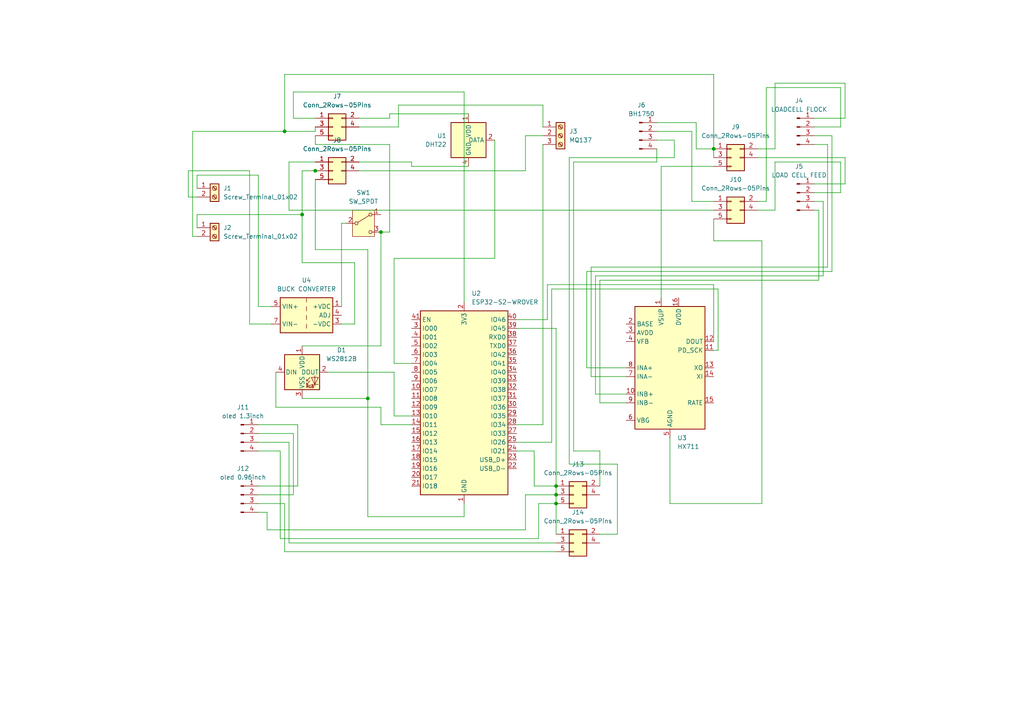
<source format=kicad_sch>
(kicad_sch
	(version 20250114)
	(generator "eeschema")
	(generator_version "9.0")
	(uuid "fc84d38b-a0d1-483f-96a1-06ce7fd2461d")
	(paper "A4")
	(lib_symbols
		(symbol "Analog_ADC:HX711"
			(exclude_from_sim no)
			(in_bom yes)
			(on_board yes)
			(property "Reference" "U"
				(at 5.08 21.59 0)
				(effects
					(font
						(size 1.27 1.27)
					)
				)
			)
			(property "Value" "HX711"
				(at 7.62 19.05 0)
				(effects
					(font
						(size 1.27 1.27)
					)
				)
			)
			(property "Footprint" "Package_SO:SOIC-16_3.9x9.9mm_P1.27mm"
				(at 3.81 1.27 0)
				(effects
					(font
						(size 1.27 1.27)
					)
					(hide yes)
				)
			)
			(property "Datasheet" "https://web.archive.org/web/20220615044707/https://akizukidenshi.com/download/ds/avia/hx711.pdf"
				(at 3.81 -1.27 0)
				(effects
					(font
						(size 1.27 1.27)
					)
					(hide yes)
				)
			)
			(property "Description" "24-bit Analog-to-Digital Converter (ADC) for Weight Scales, SOIC-16 (SOP-16)"
				(at 0 0 0)
				(effects
					(font
						(size 1.27 1.27)
					)
					(hide yes)
				)
			)
			(property "ki_keywords" "load-cell 24-bits"
				(at 0 0 0)
				(effects
					(font
						(size 1.27 1.27)
					)
					(hide yes)
				)
			)
			(property "ki_fp_filters" "*SO*3.9x9.9mm*P1.27mm*"
				(at 0 0 0)
				(effects
					(font
						(size 1.27 1.27)
					)
					(hide yes)
				)
			)
			(symbol "HX711_0_1"
				(rectangle
					(start -10.16 17.78)
					(end 10.16 -17.78)
					(stroke
						(width 0.254)
						(type default)
					)
					(fill
						(type background)
					)
				)
			)
			(symbol "HX711_1_1"
				(pin passive line
					(at -12.7 12.7 0)
					(length 2.54)
					(name "BASE"
						(effects
							(font
								(size 1.27 1.27)
							)
						)
					)
					(number "2"
						(effects
							(font
								(size 1.27 1.27)
							)
						)
					)
				)
				(pin power_in line
					(at -12.7 10.16 0)
					(length 2.54)
					(name "AVDD"
						(effects
							(font
								(size 1.27 1.27)
							)
						)
					)
					(number "3"
						(effects
							(font
								(size 1.27 1.27)
							)
						)
					)
				)
				(pin input line
					(at -12.7 7.62 0)
					(length 2.54)
					(name "VFB"
						(effects
							(font
								(size 1.27 1.27)
							)
						)
					)
					(number "4"
						(effects
							(font
								(size 1.27 1.27)
							)
						)
					)
				)
				(pin input line
					(at -12.7 0 0)
					(length 2.54)
					(name "INA+"
						(effects
							(font
								(size 1.27 1.27)
							)
						)
					)
					(number "8"
						(effects
							(font
								(size 1.27 1.27)
							)
						)
					)
				)
				(pin input line
					(at -12.7 -2.54 0)
					(length 2.54)
					(name "INA-"
						(effects
							(font
								(size 1.27 1.27)
							)
						)
					)
					(number "7"
						(effects
							(font
								(size 1.27 1.27)
							)
						)
					)
				)
				(pin input line
					(at -12.7 -7.62 0)
					(length 2.54)
					(name "INB+"
						(effects
							(font
								(size 1.27 1.27)
							)
						)
					)
					(number "10"
						(effects
							(font
								(size 1.27 1.27)
							)
						)
					)
				)
				(pin input line
					(at -12.7 -10.16 0)
					(length 2.54)
					(name "INB-"
						(effects
							(font
								(size 1.27 1.27)
							)
						)
					)
					(number "9"
						(effects
							(font
								(size 1.27 1.27)
							)
						)
					)
				)
				(pin passive line
					(at -12.7 -15.24 0)
					(length 2.54)
					(name "VBG"
						(effects
							(font
								(size 1.27 1.27)
							)
						)
					)
					(number "6"
						(effects
							(font
								(size 1.27 1.27)
							)
						)
					)
				)
				(pin power_in line
					(at -2.54 20.32 270)
					(length 2.54)
					(name "VSUP"
						(effects
							(font
								(size 1.27 1.27)
							)
						)
					)
					(number "1"
						(effects
							(font
								(size 1.27 1.27)
							)
						)
					)
				)
				(pin power_in line
					(at 0 -20.32 90)
					(length 2.54)
					(name "AGND"
						(effects
							(font
								(size 1.27 1.27)
							)
						)
					)
					(number "5"
						(effects
							(font
								(size 1.27 1.27)
							)
						)
					)
				)
				(pin power_in line
					(at 2.54 20.32 270)
					(length 2.54)
					(name "DVDD"
						(effects
							(font
								(size 1.27 1.27)
							)
						)
					)
					(number "16"
						(effects
							(font
								(size 1.27 1.27)
							)
						)
					)
				)
				(pin output line
					(at 12.7 7.62 180)
					(length 2.54)
					(name "DOUT"
						(effects
							(font
								(size 1.27 1.27)
							)
						)
					)
					(number "12"
						(effects
							(font
								(size 1.27 1.27)
							)
						)
					)
				)
				(pin input line
					(at 12.7 5.08 180)
					(length 2.54)
					(name "PD_SCK"
						(effects
							(font
								(size 1.27 1.27)
							)
						)
					)
					(number "11"
						(effects
							(font
								(size 1.27 1.27)
							)
						)
					)
				)
				(pin passive line
					(at 12.7 0 180)
					(length 2.54)
					(name "XO"
						(effects
							(font
								(size 1.27 1.27)
							)
						)
					)
					(number "13"
						(effects
							(font
								(size 1.27 1.27)
							)
						)
					)
				)
				(pin passive line
					(at 12.7 -2.54 180)
					(length 2.54)
					(name "XI"
						(effects
							(font
								(size 1.27 1.27)
							)
						)
					)
					(number "14"
						(effects
							(font
								(size 1.27 1.27)
							)
						)
					)
				)
				(pin input line
					(at 12.7 -10.16 180)
					(length 2.54)
					(name "RATE"
						(effects
							(font
								(size 1.27 1.27)
							)
						)
					)
					(number "15"
						(effects
							(font
								(size 1.27 1.27)
							)
						)
					)
				)
			)
			(embedded_fonts no)
		)
		(symbol "Conn_01x04_Pin_1"
			(pin_names
				(offset 1.016)
				(hide yes)
			)
			(exclude_from_sim no)
			(in_bom yes)
			(on_board yes)
			(property "Reference" "J"
				(at 0 5.08 0)
				(effects
					(font
						(size 1.27 1.27)
					)
				)
			)
			(property "Value" "BH1750"
				(at 0 -7.62 0)
				(effects
					(font
						(size 1.27 1.27)
					)
				)
			)
			(property "Footprint" ""
				(at 0 0 0)
				(effects
					(font
						(size 1.27 1.27)
					)
					(hide yes)
				)
			)
			(property "Datasheet" "~"
				(at 0 0 0)
				(effects
					(font
						(size 1.27 1.27)
					)
					(hide yes)
				)
			)
			(property "Description" "Generic connector, single row, 01x04, script generated"
				(at 0 0 0)
				(effects
					(font
						(size 1.27 1.27)
					)
					(hide yes)
				)
			)
			(property "ki_locked" ""
				(at 0 0 0)
				(effects
					(font
						(size 1.27 1.27)
					)
				)
			)
			(property "ki_keywords" "connector"
				(at 0 0 0)
				(effects
					(font
						(size 1.27 1.27)
					)
					(hide yes)
				)
			)
			(property "ki_fp_filters" "Connector*:*_1x??_*"
				(at 0 0 0)
				(effects
					(font
						(size 1.27 1.27)
					)
					(hide yes)
				)
			)
			(symbol "Conn_01x04_Pin_1_1_1"
				(rectangle
					(start 0.8636 2.667)
					(end 0 2.413)
					(stroke
						(width 0.1524)
						(type default)
					)
					(fill
						(type outline)
					)
				)
				(rectangle
					(start 0.8636 0.127)
					(end 0 -0.127)
					(stroke
						(width 0.1524)
						(type default)
					)
					(fill
						(type outline)
					)
				)
				(rectangle
					(start 0.8636 -2.413)
					(end 0 -2.667)
					(stroke
						(width 0.1524)
						(type default)
					)
					(fill
						(type outline)
					)
				)
				(rectangle
					(start 0.8636 -4.953)
					(end 0 -5.207)
					(stroke
						(width 0.1524)
						(type default)
					)
					(fill
						(type outline)
					)
				)
				(polyline
					(pts
						(xy 1.27 2.54) (xy 0.8636 2.54)
					)
					(stroke
						(width 0.1524)
						(type default)
					)
					(fill
						(type none)
					)
				)
				(polyline
					(pts
						(xy 1.27 0) (xy 0.8636 0)
					)
					(stroke
						(width 0.1524)
						(type default)
					)
					(fill
						(type none)
					)
				)
				(polyline
					(pts
						(xy 1.27 -2.54) (xy 0.8636 -2.54)
					)
					(stroke
						(width 0.1524)
						(type default)
					)
					(fill
						(type none)
					)
				)
				(polyline
					(pts
						(xy 1.27 -5.08) (xy 0.8636 -5.08)
					)
					(stroke
						(width 0.1524)
						(type default)
					)
					(fill
						(type none)
					)
				)
				(pin passive line
					(at 5.08 2.54 180)
					(length 3.81)
					(name "POWER_IN"
						(effects
							(font
								(size 1.27 1.27)
							)
						)
					)
					(number "1"
						(effects
							(font
								(size 1.27 1.27)
							)
						)
					)
				)
				(pin passive line
					(at 5.08 0 180)
					(length 3.81)
					(name "GND"
						(effects
							(font
								(size 1.27 1.27)
							)
						)
					)
					(number "2"
						(effects
							(font
								(size 1.27 1.27)
							)
						)
					)
				)
				(pin passive line
					(at 5.08 -2.54 180)
					(length 3.81)
					(name "SDA"
						(effects
							(font
								(size 1.27 1.27)
							)
						)
					)
					(number "3"
						(effects
							(font
								(size 1.27 1.27)
							)
						)
					)
				)
				(pin passive line
					(at 5.08 -5.08 180)
					(length 3.81)
					(name "SCA"
						(effects
							(font
								(size 1.27 1.27)
							)
						)
					)
					(number "4"
						(effects
							(font
								(size 1.27 1.27)
							)
						)
					)
				)
			)
			(embedded_fonts no)
		)
		(symbol "Conn_01x04_Pin_2"
			(pin_names
				(offset 1.016)
				(hide yes)
			)
			(exclude_from_sim no)
			(in_bom yes)
			(on_board yes)
			(property "Reference" "J"
				(at 0 5.08 0)
				(effects
					(font
						(size 1.27 1.27)
					)
				)
			)
			(property "Value" "oled 1.3inch"
				(at 0 -7.62 0)
				(effects
					(font
						(size 1.27 1.27)
					)
				)
			)
			(property "Footprint" ""
				(at 0 0 0)
				(effects
					(font
						(size 1.27 1.27)
					)
					(hide yes)
				)
			)
			(property "Datasheet" "~"
				(at 0 0 0)
				(effects
					(font
						(size 1.27 1.27)
					)
					(hide yes)
				)
			)
			(property "Description" "Generic connector, single row, 01x04, script generated"
				(at 0 0 0)
				(effects
					(font
						(size 1.27 1.27)
					)
					(hide yes)
				)
			)
			(property "ki_locked" ""
				(at 0 0 0)
				(effects
					(font
						(size 1.27 1.27)
					)
				)
			)
			(property "ki_keywords" "connector"
				(at 0 0 0)
				(effects
					(font
						(size 1.27 1.27)
					)
					(hide yes)
				)
			)
			(property "ki_fp_filters" "Connector*:*_1x??_*"
				(at 0 0 0)
				(effects
					(font
						(size 1.27 1.27)
					)
					(hide yes)
				)
			)
			(symbol "Conn_01x04_Pin_2_1_1"
				(rectangle
					(start 0.8636 2.667)
					(end 0 2.413)
					(stroke
						(width 0.1524)
						(type default)
					)
					(fill
						(type outline)
					)
				)
				(rectangle
					(start 0.8636 0.127)
					(end 0 -0.127)
					(stroke
						(width 0.1524)
						(type default)
					)
					(fill
						(type outline)
					)
				)
				(rectangle
					(start 0.8636 -2.413)
					(end 0 -2.667)
					(stroke
						(width 0.1524)
						(type default)
					)
					(fill
						(type outline)
					)
				)
				(rectangle
					(start 0.8636 -4.953)
					(end 0 -5.207)
					(stroke
						(width 0.1524)
						(type default)
					)
					(fill
						(type outline)
					)
				)
				(polyline
					(pts
						(xy 1.27 2.54) (xy 0.8636 2.54)
					)
					(stroke
						(width 0.1524)
						(type default)
					)
					(fill
						(type none)
					)
				)
				(polyline
					(pts
						(xy 1.27 0) (xy 0.8636 0)
					)
					(stroke
						(width 0.1524)
						(type default)
					)
					(fill
						(type none)
					)
				)
				(polyline
					(pts
						(xy 1.27 -2.54) (xy 0.8636 -2.54)
					)
					(stroke
						(width 0.1524)
						(type default)
					)
					(fill
						(type none)
					)
				)
				(polyline
					(pts
						(xy 1.27 -5.08) (xy 0.8636 -5.08)
					)
					(stroke
						(width 0.1524)
						(type default)
					)
					(fill
						(type none)
					)
				)
				(pin passive line
					(at 5.08 2.54 180)
					(length 3.81)
					(name "vcc"
						(effects
							(font
								(size 1.27 1.27)
							)
						)
					)
					(number "1"
						(effects
							(font
								(size 1.27 1.27)
							)
						)
					)
				)
				(pin passive line
					(at 5.08 0 180)
					(length 3.81)
					(name "gnd"
						(effects
							(font
								(size 1.27 1.27)
							)
						)
					)
					(number "2"
						(effects
							(font
								(size 1.27 1.27)
							)
						)
					)
				)
				(pin passive line
					(at 5.08 -2.54 180)
					(length 3.81)
					(name "sda"
						(effects
							(font
								(size 1.27 1.27)
							)
						)
					)
					(number "3"
						(effects
							(font
								(size 1.27 1.27)
							)
						)
					)
				)
				(pin passive line
					(at 5.08 -5.08 180)
					(length 3.81)
					(name "sca"
						(effects
							(font
								(size 1.27 1.27)
							)
						)
					)
					(number "4"
						(effects
							(font
								(size 1.27 1.27)
							)
						)
					)
				)
			)
			(embedded_fonts no)
		)
		(symbol "Connector:Conn_01x04_Pin"
			(pin_names
				(offset 1.016)
				(hide yes)
			)
			(exclude_from_sim no)
			(in_bom yes)
			(on_board yes)
			(property "Reference" "J"
				(at 0 5.08 0)
				(effects
					(font
						(size 1.27 1.27)
					)
				)
			)
			(property "Value" "Conn_01x04_Pin"
				(at 0 -7.62 0)
				(effects
					(font
						(size 1.27 1.27)
					)
				)
			)
			(property "Footprint" ""
				(at 0 0 0)
				(effects
					(font
						(size 1.27 1.27)
					)
					(hide yes)
				)
			)
			(property "Datasheet" "~"
				(at 0 0 0)
				(effects
					(font
						(size 1.27 1.27)
					)
					(hide yes)
				)
			)
			(property "Description" "Generic connector, single row, 01x04, script generated"
				(at 0 0 0)
				(effects
					(font
						(size 1.27 1.27)
					)
					(hide yes)
				)
			)
			(property "ki_locked" ""
				(at 0 0 0)
				(effects
					(font
						(size 1.27 1.27)
					)
				)
			)
			(property "ki_keywords" "connector"
				(at 0 0 0)
				(effects
					(font
						(size 1.27 1.27)
					)
					(hide yes)
				)
			)
			(property "ki_fp_filters" "Connector*:*_1x??_*"
				(at 0 0 0)
				(effects
					(font
						(size 1.27 1.27)
					)
					(hide yes)
				)
			)
			(symbol "Conn_01x04_Pin_1_1"
				(rectangle
					(start 0.8636 2.667)
					(end 0 2.413)
					(stroke
						(width 0.1524)
						(type default)
					)
					(fill
						(type outline)
					)
				)
				(rectangle
					(start 0.8636 0.127)
					(end 0 -0.127)
					(stroke
						(width 0.1524)
						(type default)
					)
					(fill
						(type outline)
					)
				)
				(rectangle
					(start 0.8636 -2.413)
					(end 0 -2.667)
					(stroke
						(width 0.1524)
						(type default)
					)
					(fill
						(type outline)
					)
				)
				(rectangle
					(start 0.8636 -4.953)
					(end 0 -5.207)
					(stroke
						(width 0.1524)
						(type default)
					)
					(fill
						(type outline)
					)
				)
				(polyline
					(pts
						(xy 1.27 2.54) (xy 0.8636 2.54)
					)
					(stroke
						(width 0.1524)
						(type default)
					)
					(fill
						(type none)
					)
				)
				(polyline
					(pts
						(xy 1.27 0) (xy 0.8636 0)
					)
					(stroke
						(width 0.1524)
						(type default)
					)
					(fill
						(type none)
					)
				)
				(polyline
					(pts
						(xy 1.27 -2.54) (xy 0.8636 -2.54)
					)
					(stroke
						(width 0.1524)
						(type default)
					)
					(fill
						(type none)
					)
				)
				(polyline
					(pts
						(xy 1.27 -5.08) (xy 0.8636 -5.08)
					)
					(stroke
						(width 0.1524)
						(type default)
					)
					(fill
						(type none)
					)
				)
				(pin passive line
					(at 5.08 2.54 180)
					(length 3.81)
					(name "Pin_1"
						(effects
							(font
								(size 1.27 1.27)
							)
						)
					)
					(number "1"
						(effects
							(font
								(size 1.27 1.27)
							)
						)
					)
				)
				(pin passive line
					(at 5.08 0 180)
					(length 3.81)
					(name "Pin_2"
						(effects
							(font
								(size 1.27 1.27)
							)
						)
					)
					(number "2"
						(effects
							(font
								(size 1.27 1.27)
							)
						)
					)
				)
				(pin passive line
					(at 5.08 -2.54 180)
					(length 3.81)
					(name "Pin_3"
						(effects
							(font
								(size 1.27 1.27)
							)
						)
					)
					(number "3"
						(effects
							(font
								(size 1.27 1.27)
							)
						)
					)
				)
				(pin passive line
					(at 5.08 -5.08 180)
					(length 3.81)
					(name "Pin_4"
						(effects
							(font
								(size 1.27 1.27)
							)
						)
					)
					(number "4"
						(effects
							(font
								(size 1.27 1.27)
							)
						)
					)
				)
			)
			(embedded_fonts no)
		)
		(symbol "Connector:Screw_Terminal_01x02"
			(pin_names
				(offset 1.016)
				(hide yes)
			)
			(exclude_from_sim no)
			(in_bom yes)
			(on_board yes)
			(property "Reference" "J"
				(at 0 2.54 0)
				(effects
					(font
						(size 1.27 1.27)
					)
				)
			)
			(property "Value" "Screw_Terminal_01x02"
				(at 0 -5.08 0)
				(effects
					(font
						(size 1.27 1.27)
					)
				)
			)
			(property "Footprint" ""
				(at 0 0 0)
				(effects
					(font
						(size 1.27 1.27)
					)
					(hide yes)
				)
			)
			(property "Datasheet" "~"
				(at 0 0 0)
				(effects
					(font
						(size 1.27 1.27)
					)
					(hide yes)
				)
			)
			(property "Description" "Generic screw terminal, single row, 01x02, script generated (kicad-library-utils/schlib/autogen/connector/)"
				(at 0 0 0)
				(effects
					(font
						(size 1.27 1.27)
					)
					(hide yes)
				)
			)
			(property "ki_keywords" "screw terminal"
				(at 0 0 0)
				(effects
					(font
						(size 1.27 1.27)
					)
					(hide yes)
				)
			)
			(property "ki_fp_filters" "TerminalBlock*:*"
				(at 0 0 0)
				(effects
					(font
						(size 1.27 1.27)
					)
					(hide yes)
				)
			)
			(symbol "Screw_Terminal_01x02_1_1"
				(rectangle
					(start -1.27 1.27)
					(end 1.27 -3.81)
					(stroke
						(width 0.254)
						(type default)
					)
					(fill
						(type background)
					)
				)
				(polyline
					(pts
						(xy -0.5334 0.3302) (xy 0.3302 -0.508)
					)
					(stroke
						(width 0.1524)
						(type default)
					)
					(fill
						(type none)
					)
				)
				(polyline
					(pts
						(xy -0.5334 -2.2098) (xy 0.3302 -3.048)
					)
					(stroke
						(width 0.1524)
						(type default)
					)
					(fill
						(type none)
					)
				)
				(polyline
					(pts
						(xy -0.3556 0.508) (xy 0.508 -0.3302)
					)
					(stroke
						(width 0.1524)
						(type default)
					)
					(fill
						(type none)
					)
				)
				(polyline
					(pts
						(xy -0.3556 -2.032) (xy 0.508 -2.8702)
					)
					(stroke
						(width 0.1524)
						(type default)
					)
					(fill
						(type none)
					)
				)
				(circle
					(center 0 0)
					(radius 0.635)
					(stroke
						(width 0.1524)
						(type default)
					)
					(fill
						(type none)
					)
				)
				(circle
					(center 0 -2.54)
					(radius 0.635)
					(stroke
						(width 0.1524)
						(type default)
					)
					(fill
						(type none)
					)
				)
				(pin passive line
					(at -5.08 0 0)
					(length 3.81)
					(name "Pin_1"
						(effects
							(font
								(size 1.27 1.27)
							)
						)
					)
					(number "1"
						(effects
							(font
								(size 1.27 1.27)
							)
						)
					)
				)
				(pin passive line
					(at -5.08 -2.54 0)
					(length 3.81)
					(name "Pin_2"
						(effects
							(font
								(size 1.27 1.27)
							)
						)
					)
					(number "2"
						(effects
							(font
								(size 1.27 1.27)
							)
						)
					)
				)
			)
			(embedded_fonts no)
		)
		(symbol "Connector:Screw_Terminal_01x03"
			(pin_names
				(offset 1.016)
				(hide yes)
			)
			(exclude_from_sim no)
			(in_bom yes)
			(on_board yes)
			(property "Reference" "J"
				(at 0 5.08 0)
				(effects
					(font
						(size 1.27 1.27)
					)
				)
			)
			(property "Value" "Screw_Terminal_01x03"
				(at 0 -5.08 0)
				(effects
					(font
						(size 1.27 1.27)
					)
				)
			)
			(property "Footprint" ""
				(at 0 0 0)
				(effects
					(font
						(size 1.27 1.27)
					)
					(hide yes)
				)
			)
			(property "Datasheet" "~"
				(at 0 0 0)
				(effects
					(font
						(size 1.27 1.27)
					)
					(hide yes)
				)
			)
			(property "Description" "Generic screw terminal, single row, 01x03, script generated (kicad-library-utils/schlib/autogen/connector/)"
				(at 0 0 0)
				(effects
					(font
						(size 1.27 1.27)
					)
					(hide yes)
				)
			)
			(property "ki_keywords" "screw terminal"
				(at 0 0 0)
				(effects
					(font
						(size 1.27 1.27)
					)
					(hide yes)
				)
			)
			(property "ki_fp_filters" "TerminalBlock*:*"
				(at 0 0 0)
				(effects
					(font
						(size 1.27 1.27)
					)
					(hide yes)
				)
			)
			(symbol "Screw_Terminal_01x03_1_1"
				(rectangle
					(start -1.27 3.81)
					(end 1.27 -3.81)
					(stroke
						(width 0.254)
						(type default)
					)
					(fill
						(type background)
					)
				)
				(polyline
					(pts
						(xy -0.5334 2.8702) (xy 0.3302 2.032)
					)
					(stroke
						(width 0.1524)
						(type default)
					)
					(fill
						(type none)
					)
				)
				(polyline
					(pts
						(xy -0.5334 0.3302) (xy 0.3302 -0.508)
					)
					(stroke
						(width 0.1524)
						(type default)
					)
					(fill
						(type none)
					)
				)
				(polyline
					(pts
						(xy -0.5334 -2.2098) (xy 0.3302 -3.048)
					)
					(stroke
						(width 0.1524)
						(type default)
					)
					(fill
						(type none)
					)
				)
				(polyline
					(pts
						(xy -0.3556 3.048) (xy 0.508 2.2098)
					)
					(stroke
						(width 0.1524)
						(type default)
					)
					(fill
						(type none)
					)
				)
				(polyline
					(pts
						(xy -0.3556 0.508) (xy 0.508 -0.3302)
					)
					(stroke
						(width 0.1524)
						(type default)
					)
					(fill
						(type none)
					)
				)
				(polyline
					(pts
						(xy -0.3556 -2.032) (xy 0.508 -2.8702)
					)
					(stroke
						(width 0.1524)
						(type default)
					)
					(fill
						(type none)
					)
				)
				(circle
					(center 0 2.54)
					(radius 0.635)
					(stroke
						(width 0.1524)
						(type default)
					)
					(fill
						(type none)
					)
				)
				(circle
					(center 0 0)
					(radius 0.635)
					(stroke
						(width 0.1524)
						(type default)
					)
					(fill
						(type none)
					)
				)
				(circle
					(center 0 -2.54)
					(radius 0.635)
					(stroke
						(width 0.1524)
						(type default)
					)
					(fill
						(type none)
					)
				)
				(pin power_in line
					(at -5.08 2.54 0)
					(length 3.81)
					(name "VCC"
						(effects
							(font
								(size 1.27 1.27)
							)
						)
					)
					(number "1"
						(effects
							(font
								(size 1.27 1.27)
							)
						)
					)
				)
				(pin input line
					(at -5.08 0 0)
					(length 3.81)
					(name "GND"
						(effects
							(font
								(size 1.27 1.27)
							)
						)
					)
					(number "2"
						(effects
							(font
								(size 1.27 1.27)
							)
						)
					)
				)
				(pin output line
					(at -5.08 -2.54 0)
					(length 3.81)
					(name "data_out"
						(effects
							(font
								(size 1.27 1.27)
							)
						)
					)
					(number "3"
						(effects
							(font
								(size 1.27 1.27)
							)
						)
					)
				)
			)
			(embedded_fonts no)
		)
		(symbol "Connector_Generic:Conn_2Rows-05Pins"
			(pin_names
				(offset 1.016)
				(hide yes)
			)
			(exclude_from_sim no)
			(in_bom yes)
			(on_board yes)
			(property "Reference" "J"
				(at 1.27 5.08 0)
				(effects
					(font
						(size 1.27 1.27)
					)
				)
			)
			(property "Value" "Conn_2Rows-05Pins"
				(at 1.27 -5.08 0)
				(effects
					(font
						(size 1.27 1.27)
					)
				)
			)
			(property "Footprint" ""
				(at 0 0 0)
				(effects
					(font
						(size 1.27 1.27)
					)
					(hide yes)
				)
			)
			(property "Datasheet" "~"
				(at 0 0 0)
				(effects
					(font
						(size 1.27 1.27)
					)
					(hide yes)
				)
			)
			(property "Description" "Generic connector, double row, 05 pins, odd/even pin numbering scheme (row 1 odd numbers, row 2 even numbers), script generated (kicad-library-utils/schlib/autogen/connector/)"
				(at 0 0 0)
				(effects
					(font
						(size 1.27 1.27)
					)
					(hide yes)
				)
			)
			(property "ki_keywords" "connector"
				(at 0 0 0)
				(effects
					(font
						(size 1.27 1.27)
					)
					(hide yes)
				)
			)
			(property "ki_fp_filters" "Connector*:*2Rows*Pins__* *FCC*2Rows*Pins__*"
				(at 0 0 0)
				(effects
					(font
						(size 1.27 1.27)
					)
					(hide yes)
				)
			)
			(symbol "Conn_2Rows-05Pins_1_1"
				(rectangle
					(start -1.27 3.81)
					(end 3.81 -3.81)
					(stroke
						(width 0.254)
						(type default)
					)
					(fill
						(type background)
					)
				)
				(rectangle
					(start -1.27 2.667)
					(end 0 2.413)
					(stroke
						(width 0.1524)
						(type default)
					)
					(fill
						(type none)
					)
				)
				(rectangle
					(start -1.27 0.127)
					(end 0 -0.127)
					(stroke
						(width 0.1524)
						(type default)
					)
					(fill
						(type none)
					)
				)
				(rectangle
					(start -1.27 -2.413)
					(end 0 -2.667)
					(stroke
						(width 0.1524)
						(type default)
					)
					(fill
						(type none)
					)
				)
				(rectangle
					(start 3.81 2.667)
					(end 2.54 2.413)
					(stroke
						(width 0.1524)
						(type default)
					)
					(fill
						(type none)
					)
				)
				(rectangle
					(start 3.81 0.127)
					(end 2.54 -0.127)
					(stroke
						(width 0.1524)
						(type default)
					)
					(fill
						(type none)
					)
				)
				(pin passive line
					(at -5.08 2.54 0)
					(length 3.81)
					(name "Pin_1"
						(effects
							(font
								(size 1.27 1.27)
							)
						)
					)
					(number "1"
						(effects
							(font
								(size 1.27 1.27)
							)
						)
					)
				)
				(pin passive line
					(at -5.08 0 0)
					(length 3.81)
					(name "Pin_3"
						(effects
							(font
								(size 1.27 1.27)
							)
						)
					)
					(number "3"
						(effects
							(font
								(size 1.27 1.27)
							)
						)
					)
				)
				(pin passive line
					(at -5.08 -2.54 0)
					(length 3.81)
					(name "Pin_5"
						(effects
							(font
								(size 1.27 1.27)
							)
						)
					)
					(number "5"
						(effects
							(font
								(size 1.27 1.27)
							)
						)
					)
				)
				(pin passive line
					(at 7.62 2.54 180)
					(length 3.81)
					(name "Pin_2"
						(effects
							(font
								(size 1.27 1.27)
							)
						)
					)
					(number "2"
						(effects
							(font
								(size 1.27 1.27)
							)
						)
					)
				)
				(pin passive line
					(at 7.62 0 180)
					(length 3.81)
					(name "Pin_4"
						(effects
							(font
								(size 1.27 1.27)
							)
						)
					)
					(number "4"
						(effects
							(font
								(size 1.27 1.27)
							)
						)
					)
				)
			)
			(embedded_fonts no)
		)
		(symbol "Converter_DCDC:Ag9905LP"
			(exclude_from_sim no)
			(in_bom yes)
			(on_board yes)
			(property "Reference" "U"
				(at -7.62 7.62 0)
				(effects
					(font
						(size 1.27 1.27)
					)
				)
			)
			(property "Value" "BUCK CONVERTER"
				(at 10.16 7.62 0)
				(effects
					(font
						(size 1.27 1.27)
					)
					(justify right)
				)
			)
			(property "Footprint" "Converter_DCDC:Converter_DCDC_Silvertel_Ag99xxLP_THT"
				(at 0 -5.08 0)
				(effects
					(font
						(size 1.27 1.27)
					)
					(hide yes)
				)
			)
			(property "Datasheet" "https://silvertel.com/images/datasheets/Ag9900M-datasheet-ultra-miniature-isolated-Power-over-Ethernet-POE-module.pdf"
				(at 0 -7.62 0)
				(effects
					(font
						(size 1.27 1.27)
					)
					(hide yes)
				)
			)
			(property "Description" "Regulated 7W DC/DC PoE converter IEEE 802.3af, 36V-57V input, +5V Output Voltage, LP-DIL-8"
				(at 0 0 0)
				(effects
					(font
						(size 1.27 1.27)
					)
					(hide yes)
				)
			)
			(property "ki_keywords" "Silvertel isolated isolation dc-dc converter transformer power-over-ethernet over temperature protection short-circuit protection"
				(at 0 0 0)
				(effects
					(font
						(size 1.27 1.27)
					)
					(hide yes)
				)
			)
			(property "ki_fp_filters" "Converter*DCDC*Silvertel*Ag99xxLP*THT*"
				(at 0 0 0)
				(effects
					(font
						(size 1.27 1.27)
					)
					(hide yes)
				)
			)
			(symbol "Ag9905LP_0_1"
				(rectangle
					(start -7.62 5.08)
					(end 7.62 -5.08)
					(stroke
						(width 0.254)
						(type default)
					)
					(fill
						(type background)
					)
				)
				(polyline
					(pts
						(xy 0 5.08) (xy 0 3.81)
					)
					(stroke
						(width 0)
						(type default)
					)
					(fill
						(type none)
					)
				)
				(polyline
					(pts
						(xy 0 2.54) (xy 0 1.27)
					)
					(stroke
						(width 0)
						(type default)
					)
					(fill
						(type none)
					)
				)
				(polyline
					(pts
						(xy 0 0) (xy 0 -1.27)
					)
					(stroke
						(width 0)
						(type default)
					)
					(fill
						(type none)
					)
				)
				(polyline
					(pts
						(xy 0 -2.54) (xy 0 -3.81)
					)
					(stroke
						(width 0)
						(type default)
					)
					(fill
						(type none)
					)
				)
			)
			(symbol "Ag9905LP_1_1"
				(pin power_in line
					(at -10.16 2.54 0)
					(length 2.54)
					(name "VIN+"
						(effects
							(font
								(size 1.27 1.27)
							)
						)
					)
					(number "5"
						(effects
							(font
								(size 1.27 1.27)
							)
						)
					)
				)
				(pin passive line
					(at -10.16 2.54 0)
					(length 2.54)
					(hide yes)
					(name "VIN+"
						(effects
							(font
								(size 1.27 1.27)
							)
						)
					)
					(number "6"
						(effects
							(font
								(size 1.27 1.27)
							)
						)
					)
				)
				(pin power_in line
					(at -10.16 -2.54 0)
					(length 2.54)
					(name "VIN-"
						(effects
							(font
								(size 1.27 1.27)
							)
						)
					)
					(number "7"
						(effects
							(font
								(size 1.27 1.27)
							)
						)
					)
				)
				(pin passive line
					(at -10.16 -2.54 0)
					(length 2.54)
					(hide yes)
					(name "VIN-"
						(effects
							(font
								(size 1.27 1.27)
							)
						)
					)
					(number "8"
						(effects
							(font
								(size 1.27 1.27)
							)
						)
					)
				)
				(pin power_out line
					(at 10.16 2.54 180)
					(length 2.54)
					(name "+VDC"
						(effects
							(font
								(size 1.27 1.27)
							)
						)
					)
					(number "1"
						(effects
							(font
								(size 1.27 1.27)
							)
						)
					)
				)
				(pin passive line
					(at 10.16 2.54 180)
					(length 2.54)
					(hide yes)
					(name "+VDC"
						(effects
							(font
								(size 1.27 1.27)
							)
						)
					)
					(number "2"
						(effects
							(font
								(size 1.27 1.27)
							)
						)
					)
				)
				(pin passive line
					(at 10.16 0 180)
					(length 2.54)
					(name "ADJ"
						(effects
							(font
								(size 1.27 1.27)
							)
						)
					)
					(number "4"
						(effects
							(font
								(size 1.27 1.27)
							)
						)
					)
				)
				(pin power_out line
					(at 10.16 -2.54 180)
					(length 2.54)
					(name "-VDC"
						(effects
							(font
								(size 1.27 1.27)
							)
						)
					)
					(number "3"
						(effects
							(font
								(size 1.27 1.27)
							)
						)
					)
				)
			)
			(embedded_fonts no)
		)
		(symbol "LED:WS2812B"
			(pin_names
				(offset 0.254)
			)
			(exclude_from_sim no)
			(in_bom yes)
			(on_board yes)
			(property "Reference" "D"
				(at 5.08 5.715 0)
				(effects
					(font
						(size 1.27 1.27)
					)
					(justify right bottom)
				)
			)
			(property "Value" "WS2812B"
				(at 1.27 -5.715 0)
				(effects
					(font
						(size 1.27 1.27)
					)
					(justify left top)
				)
			)
			(property "Footprint" "LED_SMD:LED_WS2812B_PLCC4_5.0x5.0mm_P3.2mm"
				(at 1.27 -7.62 0)
				(effects
					(font
						(size 1.27 1.27)
					)
					(justify left top)
					(hide yes)
				)
			)
			(property "Datasheet" "https://cdn-shop.adafruit.com/datasheets/WS2812B.pdf"
				(at 2.54 -9.525 0)
				(effects
					(font
						(size 1.27 1.27)
					)
					(justify left top)
					(hide yes)
				)
			)
			(property "Description" "RGB LED with integrated controller"
				(at 0 0 0)
				(effects
					(font
						(size 1.27 1.27)
					)
					(hide yes)
				)
			)
			(property "ki_keywords" "RGB LED NeoPixel addressable"
				(at 0 0 0)
				(effects
					(font
						(size 1.27 1.27)
					)
					(hide yes)
				)
			)
			(property "ki_fp_filters" "LED*WS2812*PLCC*5.0x5.0mm*P3.2mm*"
				(at 0 0 0)
				(effects
					(font
						(size 1.27 1.27)
					)
					(hide yes)
				)
			)
			(symbol "WS2812B_0_0"
				(text "RGB"
					(at 2.286 -4.191 0)
					(effects
						(font
							(size 0.762 0.762)
						)
					)
				)
			)
			(symbol "WS2812B_0_1"
				(rectangle
					(start -5.08 5.08)
					(end 5.08 -5.08)
					(stroke
						(width 0.254)
						(type default)
					)
					(fill
						(type background)
					)
				)
				(polyline
					(pts
						(xy 1.27 -2.54) (xy 1.778 -2.54)
					)
					(stroke
						(width 0)
						(type default)
					)
					(fill
						(type none)
					)
				)
				(polyline
					(pts
						(xy 1.27 -3.556) (xy 1.778 -3.556)
					)
					(stroke
						(width 0)
						(type default)
					)
					(fill
						(type none)
					)
				)
				(polyline
					(pts
						(xy 2.286 -1.524) (xy 1.27 -2.54) (xy 1.27 -2.032)
					)
					(stroke
						(width 0)
						(type default)
					)
					(fill
						(type none)
					)
				)
				(polyline
					(pts
						(xy 2.286 -2.54) (xy 1.27 -3.556) (xy 1.27 -3.048)
					)
					(stroke
						(width 0)
						(type default)
					)
					(fill
						(type none)
					)
				)
				(polyline
					(pts
						(xy 3.683 -1.016) (xy 3.683 -3.556) (xy 3.683 -4.064)
					)
					(stroke
						(width 0)
						(type default)
					)
					(fill
						(type none)
					)
				)
				(polyline
					(pts
						(xy 4.699 -1.524) (xy 2.667 -1.524) (xy 3.683 -3.556) (xy 4.699 -1.524)
					)
					(stroke
						(width 0)
						(type default)
					)
					(fill
						(type none)
					)
				)
				(polyline
					(pts
						(xy 4.699 -3.556) (xy 2.667 -3.556)
					)
					(stroke
						(width 0)
						(type default)
					)
					(fill
						(type none)
					)
				)
			)
			(symbol "WS2812B_1_1"
				(pin input line
					(at -7.62 0 0)
					(length 2.54)
					(name "DIN"
						(effects
							(font
								(size 1.27 1.27)
							)
						)
					)
					(number "4"
						(effects
							(font
								(size 1.27 1.27)
							)
						)
					)
				)
				(pin power_in line
					(at 0 7.62 270)
					(length 2.54)
					(name "VDD"
						(effects
							(font
								(size 1.27 1.27)
							)
						)
					)
					(number "1"
						(effects
							(font
								(size 1.27 1.27)
							)
						)
					)
				)
				(pin power_in line
					(at 0 -7.62 90)
					(length 2.54)
					(name "VSS"
						(effects
							(font
								(size 1.27 1.27)
							)
						)
					)
					(number "3"
						(effects
							(font
								(size 1.27 1.27)
							)
						)
					)
				)
				(pin output line
					(at 7.62 0 180)
					(length 2.54)
					(name "DOUT"
						(effects
							(font
								(size 1.27 1.27)
							)
						)
					)
					(number "2"
						(effects
							(font
								(size 1.27 1.27)
							)
						)
					)
				)
			)
			(embedded_fonts no)
		)
		(symbol "RF_Module:ESP32-S2-WROVER"
			(exclude_from_sim no)
			(in_bom yes)
			(on_board yes)
			(property "Reference" "U"
				(at -12.7 29.21 0)
				(effects
					(font
						(size 1.27 1.27)
					)
					(justify left)
				)
			)
			(property "Value" "ESP32-S2-WROVER"
				(at 2.54 29.21 0)
				(effects
					(font
						(size 1.27 1.27)
					)
					(justify left)
				)
			)
			(property "Footprint" "RF_Module:ESP32-S2-WROVER"
				(at 19.05 -29.21 0)
				(effects
					(font
						(size 1.27 1.27)
					)
					(hide yes)
				)
			)
			(property "Datasheet" "https://www.espressif.com/sites/default/files/documentation/esp32-s2-wroom_esp32-s2-wroom-i_datasheet_en.pdf"
				(at -7.62 -20.32 0)
				(effects
					(font
						(size 1.27 1.27)
					)
					(hide yes)
				)
			)
			(property "Description" "RF Module, ESP32-D0WDQ6 SoC, Wi-Fi 802.11b/g/n, 32-bit, 2.7-3.6V, onboard antenna, SMD"
				(at 0 0 0)
				(effects
					(font
						(size 1.27 1.27)
					)
					(hide yes)
				)
			)
			(property "ki_keywords" "RF Radio ESP ESP32 Espressif onboard PCB antenna"
				(at 0 0 0)
				(effects
					(font
						(size 1.27 1.27)
					)
					(hide yes)
				)
			)
			(property "ki_fp_filters" "ESP32?S2?WROVER*"
				(at 0 0 0)
				(effects
					(font
						(size 1.27 1.27)
					)
					(hide yes)
				)
			)
			(symbol "ESP32-S2-WROVER_0_1"
				(rectangle
					(start -12.7 27.94)
					(end 12.7 -25.4)
					(stroke
						(width 0.254)
						(type default)
					)
					(fill
						(type background)
					)
				)
			)
			(symbol "ESP32-S2-WROVER_1_1"
				(pin input line
					(at -15.24 25.4 0)
					(length 2.54)
					(name "EN"
						(effects
							(font
								(size 1.27 1.27)
							)
						)
					)
					(number "41"
						(effects
							(font
								(size 1.27 1.27)
							)
						)
					)
				)
				(pin bidirectional line
					(at -15.24 22.86 0)
					(length 2.54)
					(name "IO00"
						(effects
							(font
								(size 1.27 1.27)
							)
						)
					)
					(number "3"
						(effects
							(font
								(size 1.27 1.27)
							)
						)
					)
				)
				(pin bidirectional line
					(at -15.24 20.32 0)
					(length 2.54)
					(name "IO01"
						(effects
							(font
								(size 1.27 1.27)
							)
						)
					)
					(number "4"
						(effects
							(font
								(size 1.27 1.27)
							)
						)
					)
				)
				(pin bidirectional line
					(at -15.24 17.78 0)
					(length 2.54)
					(name "IO02"
						(effects
							(font
								(size 1.27 1.27)
							)
						)
					)
					(number "5"
						(effects
							(font
								(size 1.27 1.27)
							)
						)
					)
				)
				(pin bidirectional line
					(at -15.24 15.24 0)
					(length 2.54)
					(name "IO03"
						(effects
							(font
								(size 1.27 1.27)
							)
						)
					)
					(number "6"
						(effects
							(font
								(size 1.27 1.27)
							)
						)
					)
				)
				(pin bidirectional line
					(at -15.24 12.7 0)
					(length 2.54)
					(name "IO04"
						(effects
							(font
								(size 1.27 1.27)
							)
						)
					)
					(number "7"
						(effects
							(font
								(size 1.27 1.27)
							)
						)
					)
				)
				(pin bidirectional line
					(at -15.24 10.16 0)
					(length 2.54)
					(name "IO05"
						(effects
							(font
								(size 1.27 1.27)
							)
						)
					)
					(number "8"
						(effects
							(font
								(size 1.27 1.27)
							)
						)
					)
				)
				(pin bidirectional line
					(at -15.24 7.62 0)
					(length 2.54)
					(name "IO06"
						(effects
							(font
								(size 1.27 1.27)
							)
						)
					)
					(number "9"
						(effects
							(font
								(size 1.27 1.27)
							)
						)
					)
				)
				(pin bidirectional line
					(at -15.24 5.08 0)
					(length 2.54)
					(name "IO07"
						(effects
							(font
								(size 1.27 1.27)
							)
						)
					)
					(number "10"
						(effects
							(font
								(size 1.27 1.27)
							)
						)
					)
				)
				(pin bidirectional line
					(at -15.24 2.54 0)
					(length 2.54)
					(name "IO08"
						(effects
							(font
								(size 1.27 1.27)
							)
						)
					)
					(number "11"
						(effects
							(font
								(size 1.27 1.27)
							)
						)
					)
				)
				(pin bidirectional line
					(at -15.24 0 0)
					(length 2.54)
					(name "IO09"
						(effects
							(font
								(size 1.27 1.27)
							)
						)
					)
					(number "12"
						(effects
							(font
								(size 1.27 1.27)
							)
						)
					)
				)
				(pin bidirectional line
					(at -15.24 -2.54 0)
					(length 2.54)
					(name "IO10"
						(effects
							(font
								(size 1.27 1.27)
							)
						)
					)
					(number "13"
						(effects
							(font
								(size 1.27 1.27)
							)
						)
					)
				)
				(pin bidirectional line
					(at -15.24 -5.08 0)
					(length 2.54)
					(name "IO11"
						(effects
							(font
								(size 1.27 1.27)
							)
						)
					)
					(number "14"
						(effects
							(font
								(size 1.27 1.27)
							)
						)
					)
				)
				(pin bidirectional line
					(at -15.24 -7.62 0)
					(length 2.54)
					(name "IO12"
						(effects
							(font
								(size 1.27 1.27)
							)
						)
					)
					(number "15"
						(effects
							(font
								(size 1.27 1.27)
							)
						)
					)
				)
				(pin bidirectional line
					(at -15.24 -10.16 0)
					(length 2.54)
					(name "IO13"
						(effects
							(font
								(size 1.27 1.27)
							)
						)
					)
					(number "16"
						(effects
							(font
								(size 1.27 1.27)
							)
						)
					)
				)
				(pin bidirectional line
					(at -15.24 -12.7 0)
					(length 2.54)
					(name "IO14"
						(effects
							(font
								(size 1.27 1.27)
							)
						)
					)
					(number "17"
						(effects
							(font
								(size 1.27 1.27)
							)
						)
					)
				)
				(pin bidirectional line
					(at -15.24 -15.24 0)
					(length 2.54)
					(name "IO15"
						(effects
							(font
								(size 1.27 1.27)
							)
						)
					)
					(number "18"
						(effects
							(font
								(size 1.27 1.27)
							)
						)
					)
				)
				(pin bidirectional line
					(at -15.24 -17.78 0)
					(length 2.54)
					(name "IO16"
						(effects
							(font
								(size 1.27 1.27)
							)
						)
					)
					(number "19"
						(effects
							(font
								(size 1.27 1.27)
							)
						)
					)
				)
				(pin bidirectional line
					(at -15.24 -20.32 0)
					(length 2.54)
					(name "IO17"
						(effects
							(font
								(size 1.27 1.27)
							)
						)
					)
					(number "20"
						(effects
							(font
								(size 1.27 1.27)
							)
						)
					)
				)
				(pin bidirectional line
					(at -15.24 -22.86 0)
					(length 2.54)
					(name "IO18"
						(effects
							(font
								(size 1.27 1.27)
							)
						)
					)
					(number "21"
						(effects
							(font
								(size 1.27 1.27)
							)
						)
					)
				)
				(pin power_in line
					(at 0 30.48 270)
					(length 2.54)
					(name "3V3"
						(effects
							(font
								(size 1.27 1.27)
							)
						)
					)
					(number "2"
						(effects
							(font
								(size 1.27 1.27)
							)
						)
					)
				)
				(pin power_in line
					(at 0 -27.94 90)
					(length 2.54)
					(name "GND"
						(effects
							(font
								(size 1.27 1.27)
							)
						)
					)
					(number "1"
						(effects
							(font
								(size 1.27 1.27)
							)
						)
					)
				)
				(pin passive line
					(at 0 -27.94 90)
					(length 2.54)
					(hide yes)
					(name "GND"
						(effects
							(font
								(size 1.27 1.27)
							)
						)
					)
					(number "26"
						(effects
							(font
								(size 1.27 1.27)
							)
						)
					)
				)
				(pin passive line
					(at 0 -27.94 90)
					(length 2.54)
					(hide yes)
					(name "GND"
						(effects
							(font
								(size 1.27 1.27)
							)
						)
					)
					(number "42"
						(effects
							(font
								(size 1.27 1.27)
							)
						)
					)
				)
				(pin passive line
					(at 0 -27.94 90)
					(length 2.54)
					(hide yes)
					(name "GND"
						(effects
							(font
								(size 1.27 1.27)
							)
						)
					)
					(number "43"
						(effects
							(font
								(size 1.27 1.27)
							)
						)
					)
				)
				(pin input line
					(at 15.24 25.4 180)
					(length 2.54)
					(name "IO46"
						(effects
							(font
								(size 1.27 1.27)
							)
						)
					)
					(number "40"
						(effects
							(font
								(size 1.27 1.27)
							)
						)
					)
				)
				(pin bidirectional line
					(at 15.24 22.86 180)
					(length 2.54)
					(name "IO45"
						(effects
							(font
								(size 1.27 1.27)
							)
						)
					)
					(number "39"
						(effects
							(font
								(size 1.27 1.27)
							)
						)
					)
				)
				(pin bidirectional line
					(at 15.24 20.32 180)
					(length 2.54)
					(name "RXD0"
						(effects
							(font
								(size 1.27 1.27)
							)
						)
					)
					(number "38"
						(effects
							(font
								(size 1.27 1.27)
							)
						)
					)
				)
				(pin bidirectional line
					(at 15.24 17.78 180)
					(length 2.54)
					(name "TXD0"
						(effects
							(font
								(size 1.27 1.27)
							)
						)
					)
					(number "37"
						(effects
							(font
								(size 1.27 1.27)
							)
						)
					)
				)
				(pin bidirectional line
					(at 15.24 15.24 180)
					(length 2.54)
					(name "IO42"
						(effects
							(font
								(size 1.27 1.27)
							)
						)
					)
					(number "36"
						(effects
							(font
								(size 1.27 1.27)
							)
						)
					)
				)
				(pin bidirectional line
					(at 15.24 12.7 180)
					(length 2.54)
					(name "IO41"
						(effects
							(font
								(size 1.27 1.27)
							)
						)
					)
					(number "35"
						(effects
							(font
								(size 1.27 1.27)
							)
						)
					)
				)
				(pin bidirectional line
					(at 15.24 10.16 180)
					(length 2.54)
					(name "IO40"
						(effects
							(font
								(size 1.27 1.27)
							)
						)
					)
					(number "34"
						(effects
							(font
								(size 1.27 1.27)
							)
						)
					)
				)
				(pin bidirectional line
					(at 15.24 7.62 180)
					(length 2.54)
					(name "IO39"
						(effects
							(font
								(size 1.27 1.27)
							)
						)
					)
					(number "33"
						(effects
							(font
								(size 1.27 1.27)
							)
						)
					)
				)
				(pin bidirectional line
					(at 15.24 5.08 180)
					(length 2.54)
					(name "IO38"
						(effects
							(font
								(size 1.27 1.27)
							)
						)
					)
					(number "32"
						(effects
							(font
								(size 1.27 1.27)
							)
						)
					)
				)
				(pin bidirectional line
					(at 15.24 2.54 180)
					(length 2.54)
					(name "IO37"
						(effects
							(font
								(size 1.27 1.27)
							)
						)
					)
					(number "31"
						(effects
							(font
								(size 1.27 1.27)
							)
						)
					)
				)
				(pin bidirectional line
					(at 15.24 0 180)
					(length 2.54)
					(name "IO36"
						(effects
							(font
								(size 1.27 1.27)
							)
						)
					)
					(number "30"
						(effects
							(font
								(size 1.27 1.27)
							)
						)
					)
				)
				(pin bidirectional line
					(at 15.24 -2.54 180)
					(length 2.54)
					(name "IO35"
						(effects
							(font
								(size 1.27 1.27)
							)
						)
					)
					(number "29"
						(effects
							(font
								(size 1.27 1.27)
							)
						)
					)
				)
				(pin bidirectional line
					(at 15.24 -5.08 180)
					(length 2.54)
					(name "IO34"
						(effects
							(font
								(size 1.27 1.27)
							)
						)
					)
					(number "28"
						(effects
							(font
								(size 1.27 1.27)
							)
						)
					)
				)
				(pin bidirectional line
					(at 15.24 -7.62 180)
					(length 2.54)
					(name "IO33"
						(effects
							(font
								(size 1.27 1.27)
							)
						)
					)
					(number "27"
						(effects
							(font
								(size 1.27 1.27)
							)
						)
					)
				)
				(pin bidirectional line
					(at 15.24 -10.16 180)
					(length 2.54)
					(name "IO26"
						(effects
							(font
								(size 1.27 1.27)
							)
						)
					)
					(number "25"
						(effects
							(font
								(size 1.27 1.27)
							)
						)
					)
				)
				(pin bidirectional line
					(at 15.24 -12.7 180)
					(length 2.54)
					(name "IO21"
						(effects
							(font
								(size 1.27 1.27)
							)
						)
					)
					(number "24"
						(effects
							(font
								(size 1.27 1.27)
							)
						)
					)
				)
				(pin bidirectional line
					(at 15.24 -15.24 180)
					(length 2.54)
					(name "USB_D+"
						(effects
							(font
								(size 1.27 1.27)
							)
						)
					)
					(number "23"
						(effects
							(font
								(size 1.27 1.27)
							)
						)
					)
				)
				(pin bidirectional line
					(at 15.24 -17.78 180)
					(length 2.54)
					(name "USB_D-"
						(effects
							(font
								(size 1.27 1.27)
							)
						)
					)
					(number "22"
						(effects
							(font
								(size 1.27 1.27)
							)
						)
					)
				)
			)
			(embedded_fonts no)
		)
		(symbol "Sensor:DHT11"
			(exclude_from_sim no)
			(in_bom yes)
			(on_board yes)
			(property "Reference" "U"
				(at -3.81 6.35 0)
				(effects
					(font
						(size 1.27 1.27)
					)
				)
			)
			(property "Value" "DHT11"
				(at 3.81 6.35 0)
				(effects
					(font
						(size 1.27 1.27)
					)
				)
			)
			(property "Footprint" "Sensor:Aosong_DHT11_5.5x12.0_P2.54mm"
				(at 0 -10.16 0)
				(effects
					(font
						(size 1.27 1.27)
					)
					(hide yes)
				)
			)
			(property "Datasheet" "http://akizukidenshi.com/download/ds/aosong/DHT11.pdf"
				(at 3.81 6.35 0)
				(effects
					(font
						(size 1.27 1.27)
					)
					(hide yes)
				)
			)
			(property "Description" "3.3V to 5.5V, temperature and humidity module, DHT11"
				(at 0 0 0)
				(effects
					(font
						(size 1.27 1.27)
					)
					(hide yes)
				)
			)
			(property "ki_keywords" "digital sensor"
				(at 0 0 0)
				(effects
					(font
						(size 1.27 1.27)
					)
					(hide yes)
				)
			)
			(property "ki_fp_filters" "Aosong*DHT11*5.5x12.0*P2.54mm*"
				(at 0 0 0)
				(effects
					(font
						(size 1.27 1.27)
					)
					(hide yes)
				)
			)
			(symbol "DHT11_0_1"
				(rectangle
					(start -5.08 5.08)
					(end 5.08 -5.08)
					(stroke
						(width 0.254)
						(type default)
					)
					(fill
						(type background)
					)
				)
			)
			(symbol "DHT11_1_1"
				(pin no_connect line
					(at -5.08 0 0)
					(length 2.54)
					(hide yes)
					(name "NC"
						(effects
							(font
								(size 1.27 1.27)
							)
						)
					)
					(number "3"
						(effects
							(font
								(size 1.27 1.27)
							)
						)
					)
				)
				(pin power_in line
					(at 0 7.62 270)
					(length 2.54)
					(name "VDD"
						(effects
							(font
								(size 1.27 1.27)
							)
						)
					)
					(number "1"
						(effects
							(font
								(size 1.27 1.27)
							)
						)
					)
				)
				(pin power_in line
					(at 0 -7.62 90)
					(length 2.54)
					(name "GND"
						(effects
							(font
								(size 1.27 1.27)
							)
						)
					)
					(number "4"
						(effects
							(font
								(size 1.27 1.27)
							)
						)
					)
				)
				(pin bidirectional line
					(at 7.62 0 180)
					(length 2.54)
					(name "DATA"
						(effects
							(font
								(size 1.27 1.27)
							)
						)
					)
					(number "2"
						(effects
							(font
								(size 1.27 1.27)
							)
						)
					)
				)
			)
			(embedded_fonts no)
		)
		(symbol "Switch:SW_SPDT"
			(pin_names
				(offset 0)
				(hide yes)
			)
			(exclude_from_sim no)
			(in_bom yes)
			(on_board yes)
			(property "Reference" "SW"
				(at 0 5.08 0)
				(effects
					(font
						(size 1.27 1.27)
					)
				)
			)
			(property "Value" "SW_SPDT"
				(at 0 -5.08 0)
				(effects
					(font
						(size 1.27 1.27)
					)
				)
			)
			(property "Footprint" ""
				(at 0 0 0)
				(effects
					(font
						(size 1.27 1.27)
					)
					(hide yes)
				)
			)
			(property "Datasheet" "~"
				(at 0 -7.62 0)
				(effects
					(font
						(size 1.27 1.27)
					)
					(hide yes)
				)
			)
			(property "Description" "Switch, single pole double throw"
				(at 0 0 0)
				(effects
					(font
						(size 1.27 1.27)
					)
					(hide yes)
				)
			)
			(property "ki_keywords" "switch single-pole double-throw spdt ON-ON"
				(at 0 0 0)
				(effects
					(font
						(size 1.27 1.27)
					)
					(hide yes)
				)
			)
			(symbol "SW_SPDT_0_1"
				(circle
					(center -2.032 0)
					(radius 0.4572)
					(stroke
						(width 0)
						(type default)
					)
					(fill
						(type none)
					)
				)
				(polyline
					(pts
						(xy -1.651 0.254) (xy 1.651 2.286)
					)
					(stroke
						(width 0)
						(type default)
					)
					(fill
						(type none)
					)
				)
				(circle
					(center 2.032 2.54)
					(radius 0.4572)
					(stroke
						(width 0)
						(type default)
					)
					(fill
						(type none)
					)
				)
				(circle
					(center 2.032 -2.54)
					(radius 0.4572)
					(stroke
						(width 0)
						(type default)
					)
					(fill
						(type none)
					)
				)
			)
			(symbol "SW_SPDT_1_1"
				(rectangle
					(start -3.175 3.81)
					(end 3.175 -3.81)
					(stroke
						(width 0)
						(type default)
					)
					(fill
						(type background)
					)
				)
				(pin passive line
					(at -5.08 0 0)
					(length 2.54)
					(name "B"
						(effects
							(font
								(size 1.27 1.27)
							)
						)
					)
					(number "2"
						(effects
							(font
								(size 1.27 1.27)
							)
						)
					)
				)
				(pin passive line
					(at 5.08 2.54 180)
					(length 2.54)
					(name "A"
						(effects
							(font
								(size 1.27 1.27)
							)
						)
					)
					(number "1"
						(effects
							(font
								(size 1.27 1.27)
							)
						)
					)
				)
				(pin passive line
					(at 5.08 -2.54 180)
					(length 2.54)
					(name "C"
						(effects
							(font
								(size 1.27 1.27)
							)
						)
					)
					(number "3"
						(effects
							(font
								(size 1.27 1.27)
							)
						)
					)
				)
			)
			(embedded_fonts no)
		)
	)
	(junction
		(at 207.01 43.18)
		(diameter 0)
		(color 0 0 0 0)
		(uuid "13e70491-cc9e-412a-a4ff-6a66c6d186db")
	)
	(junction
		(at 87.63 62.23)
		(diameter 0)
		(color 0 0 0 0)
		(uuid "20d1754c-2aa1-4ed4-9d45-7465cf9d2bc5")
	)
	(junction
		(at 106.68 115.57)
		(diameter 0)
		(color 0 0 0 0)
		(uuid "89827860-c3f5-4c37-8b38-f31566199ebe")
	)
	(junction
		(at 91.44 49.53)
		(diameter 0)
		(color 0 0 0 0)
		(uuid "8fbfebdf-e7f4-43cc-bda8-317cd67d9e06")
	)
	(junction
		(at 82.55 38.1)
		(diameter 0)
		(color 0 0 0 0)
		(uuid "a1ac1b1a-1391-40fb-8de5-50a3b9f5ae4e")
	)
	(junction
		(at 110.49 67.31)
		(diameter 0)
		(color 0 0 0 0)
		(uuid "c04513c4-1dfe-471d-aad4-4ff139e33a5d")
	)
	(junction
		(at 161.29 140.97)
		(diameter 0)
		(color 0 0 0 0)
		(uuid "ca11f52b-b6ee-4fb2-aa72-3dd59327915a")
	)
	(junction
		(at 161.29 146.05)
		(diameter 0)
		(color 0 0 0 0)
		(uuid "d5c96c38-66bf-49ba-bb4b-7debb4c95034")
	)
	(junction
		(at 161.29 143.51)
		(diameter 0)
		(color 0 0 0 0)
		(uuid "f47b99c8-265f-4011-9ac1-caa131d9ebd8")
	)
	(wire
		(pts
			(xy 152.4 49.53) (xy 152.4 39.37)
		)
		(stroke
			(width 0)
			(type default)
		)
		(uuid "00413e2b-75d2-4348-85c2-5d8bffb35b6d")
	)
	(wire
		(pts
			(xy 219.71 58.42) (xy 222.25 58.42)
		)
		(stroke
			(width 0)
			(type default)
		)
		(uuid "00a12a42-e05c-4b19-937e-aa4d58627371")
	)
	(wire
		(pts
			(xy 54.61 49.53) (xy 72.39 49.53)
		)
		(stroke
			(width 0)
			(type default)
		)
		(uuid "02df5612-1d35-4fbb-b3ba-75b98bad3fe0")
	)
	(wire
		(pts
			(xy 161.29 140.97) (xy 154.94 140.97)
		)
		(stroke
			(width 0)
			(type default)
		)
		(uuid "031ce53b-1149-4f96-b00f-f230c5941a50")
	)
	(wire
		(pts
			(xy 200.66 38.1) (xy 200.66 58.42)
		)
		(stroke
			(width 0)
			(type default)
		)
		(uuid "06254628-41a5-4b84-b202-933f2fbf9762")
	)
	(wire
		(pts
			(xy 152.4 153.67) (xy 152.4 143.51)
		)
		(stroke
			(width 0)
			(type default)
		)
		(uuid "0750ee04-8e1a-47a7-94f4-371c3cff7a08")
	)
	(wire
		(pts
			(xy 170.18 78.74) (xy 241.3 78.74)
		)
		(stroke
			(width 0)
			(type default)
		)
		(uuid "077dec2b-aac1-4fd2-bef5-4279e16aa8ef")
	)
	(wire
		(pts
			(xy 219.71 60.96) (xy 224.79 60.96)
		)
		(stroke
			(width 0)
			(type default)
		)
		(uuid "082449fd-d3c9-4ba5-b3df-4b915013aa9c")
	)
	(wire
		(pts
			(xy 237.49 81.28) (xy 237.49 60.96)
		)
		(stroke
			(width 0)
			(type default)
		)
		(uuid "09f1b02c-c1f7-4eeb-a584-29cb70d11d36")
	)
	(wire
		(pts
			(xy 240.03 41.91) (xy 240.03 77.47)
		)
		(stroke
			(width 0)
			(type default)
		)
		(uuid "0dd53ba3-008b-4378-b1ec-6772580cbaa8")
	)
	(wire
		(pts
			(xy 57.15 66.04) (xy 57.15 62.23)
		)
		(stroke
			(width 0)
			(type default)
		)
		(uuid "111e63b6-0a88-40da-bde0-6654c821f95f")
	)
	(wire
		(pts
			(xy 87.63 49.53) (xy 91.44 49.53)
		)
		(stroke
			(width 0)
			(type default)
		)
		(uuid "14fc4381-76ae-4093-b6f5-1fa18007b12a")
	)
	(wire
		(pts
			(xy 195.58 45.72) (xy 195.58 40.64)
		)
		(stroke
			(width 0)
			(type default)
		)
		(uuid "17e87ec6-ae2b-4dc7-af48-c8eb0a0034b3")
	)
	(wire
		(pts
			(xy 161.29 95.25) (xy 149.86 95.25)
		)
		(stroke
			(width 0)
			(type default)
		)
		(uuid "1a70d61c-a391-4a1b-890c-113d34b8e7e6")
	)
	(wire
		(pts
			(xy 191.77 48.26) (xy 207.01 48.26)
		)
		(stroke
			(width 0)
			(type default)
		)
		(uuid "1a9d5b39-b9ba-44c4-b82d-5038df775968")
	)
	(wire
		(pts
			(xy 57.15 68.58) (xy 55.88 68.58)
		)
		(stroke
			(width 0)
			(type default)
		)
		(uuid "1c340b41-9c8e-46fa-b72c-b92b46e15496")
	)
	(wire
		(pts
			(xy 165.1 134.62) (xy 179.07 134.62)
		)
		(stroke
			(width 0)
			(type default)
		)
		(uuid "1ea90ec4-6fd2-4502-b00d-04aa87a37a6f")
	)
	(wire
		(pts
			(xy 236.22 53.34) (xy 245.11 53.34)
		)
		(stroke
			(width 0)
			(type default)
		)
		(uuid "25315314-5b45-447b-a55c-2e97f8635ad4")
	)
	(wire
		(pts
			(xy 172.72 80.01) (xy 172.72 114.3)
		)
		(stroke
			(width 0)
			(type default)
		)
		(uuid "25555268-29eb-4abd-8b28-ab9e4b818540")
	)
	(wire
		(pts
			(xy 236.22 41.91) (xy 240.03 41.91)
		)
		(stroke
			(width 0)
			(type default)
		)
		(uuid "26fab2f4-3aef-4cd8-8585-a7d79c4a978e")
	)
	(wire
		(pts
			(xy 222.25 58.42) (xy 222.25 25.4)
		)
		(stroke
			(width 0)
			(type default)
		)
		(uuid "27b84e93-f56a-49dd-b029-c878a92af1a2")
	)
	(wire
		(pts
			(xy 91.44 49.53) (xy 92.71 49.53)
		)
		(stroke
			(width 0)
			(type default)
		)
		(uuid "28edb298-4ecb-48ca-8779-f46769421ba3")
	)
	(wire
		(pts
			(xy 143.51 74.93) (xy 114.3 74.93)
		)
		(stroke
			(width 0)
			(type default)
		)
		(uuid "2a65a2c7-67f1-4387-9b31-cb63aeb04acb")
	)
	(wire
		(pts
			(xy 74.93 88.9) (xy 78.74 88.9)
		)
		(stroke
			(width 0)
			(type default)
		)
		(uuid "2d57a9b8-3917-4077-b45e-0be6610bfe1c")
	)
	(wire
		(pts
			(xy 82.55 38.1) (xy 91.44 38.1)
		)
		(stroke
			(width 0)
			(type default)
		)
		(uuid "32d67d45-e0a9-48c6-a953-9bf02359822d")
	)
	(wire
		(pts
			(xy 160.02 83.82) (xy 208.28 83.82)
		)
		(stroke
			(width 0)
			(type default)
		)
		(uuid "3442dfef-50c7-4b9d-91a2-654d2768ff74")
	)
	(wire
		(pts
			(xy 77.47 148.59) (xy 77.47 153.67)
		)
		(stroke
			(width 0)
			(type default)
		)
		(uuid "349649b1-7540-4038-9517-6d6b5ac1f835")
	)
	(wire
		(pts
			(xy 207.01 82.55) (xy 158.75 82.55)
		)
		(stroke
			(width 0)
			(type default)
		)
		(uuid "35e305a6-bf59-4b68-a4cd-2ab43bfa54a4")
	)
	(wire
		(pts
			(xy 170.18 106.68) (xy 170.18 78.74)
		)
		(stroke
			(width 0)
			(type default)
		)
		(uuid "37360b10-d72e-4d42-a963-d0031cd52891")
	)
	(wire
		(pts
			(xy 81.28 156.21) (xy 156.21 156.21)
		)
		(stroke
			(width 0)
			(type default)
		)
		(uuid "3c6db295-e98f-43a8-b024-599c44cfba24")
	)
	(wire
		(pts
			(xy 80.01 107.95) (xy 80.01 118.11)
		)
		(stroke
			(width 0)
			(type default)
		)
		(uuid "3d20034f-9543-4bf9-96f4-7787cc14a9f2")
	)
	(wire
		(pts
			(xy 74.93 50.8) (xy 74.93 88.9)
		)
		(stroke
			(width 0)
			(type default)
		)
		(uuid "3d273a59-bb50-4a7e-b79d-7d86e009f112")
	)
	(wire
		(pts
			(xy 91.44 41.91) (xy 113.03 41.91)
		)
		(stroke
			(width 0)
			(type default)
		)
		(uuid "3dd22de9-4626-4167-b840-78610b60def8")
	)
	(wire
		(pts
			(xy 191.77 86.36) (xy 191.77 48.26)
		)
		(stroke
			(width 0)
			(type default)
		)
		(uuid "3f074a73-3778-463b-bcf2-c261c83e7b50")
	)
	(wire
		(pts
			(xy 149.86 128.27) (xy 160.02 128.27)
		)
		(stroke
			(width 0)
			(type default)
		)
		(uuid "426b0860-787f-4c77-8e60-f83d846c77be")
	)
	(wire
		(pts
			(xy 224.79 60.96) (xy 224.79 46.99)
		)
		(stroke
			(width 0)
			(type default)
		)
		(uuid "42b5a5e0-f24b-4f17-b49b-c4200ba13cbf")
	)
	(wire
		(pts
			(xy 219.71 43.18) (xy 224.79 43.18)
		)
		(stroke
			(width 0)
			(type default)
		)
		(uuid "4377d4d7-dbe7-4432-9a19-ff3c63bfcb1f")
	)
	(wire
		(pts
			(xy 113.03 34.29) (xy 113.03 33.02)
		)
		(stroke
			(width 0)
			(type default)
		)
		(uuid "452eab27-5f96-49d4-a61e-f9c75a279861")
	)
	(wire
		(pts
			(xy 166.37 130.81) (xy 173.99 130.81)
		)
		(stroke
			(width 0)
			(type default)
		)
		(uuid "4534c2c5-8291-4fc8-94d6-628e9b980be4")
	)
	(wire
		(pts
			(xy 194.31 146.05) (xy 220.98 146.05)
		)
		(stroke
			(width 0)
			(type default)
		)
		(uuid "4784fa59-7d99-4e98-aad7-5ca2b264420f")
	)
	(wire
		(pts
			(xy 194.31 127) (xy 194.31 146.05)
		)
		(stroke
			(width 0)
			(type default)
		)
		(uuid "4abf748c-7cff-48c7-beda-6ef4a7d6282a")
	)
	(wire
		(pts
			(xy 82.55 160.02) (xy 161.29 160.02)
		)
		(stroke
			(width 0)
			(type default)
		)
		(uuid "4b61afa8-b2bf-4eb8-83f7-57e2d81e9029")
	)
	(wire
		(pts
			(xy 207.01 45.72) (xy 207.01 43.18)
		)
		(stroke
			(width 0)
			(type default)
		)
		(uuid "4b86ac30-d05a-4360-a638-6dd8b29d51af")
	)
	(wire
		(pts
			(xy 87.63 100.33) (xy 110.49 100.33)
		)
		(stroke
			(width 0)
			(type default)
		)
		(uuid "4bbd5df4-17e5-46ad-b1da-c64eabc5922b")
	)
	(wire
		(pts
			(xy 220.98 69.85) (xy 207.01 69.85)
		)
		(stroke
			(width 0)
			(type default)
		)
		(uuid "4dc98736-431c-47b1-8db3-34cd0dc6f41c")
	)
	(wire
		(pts
			(xy 99.06 93.98) (xy 102.87 93.98)
		)
		(stroke
			(width 0)
			(type default)
		)
		(uuid "4f114b28-b042-421f-9acf-aeda46f9f8c2")
	)
	(wire
		(pts
			(xy 179.07 154.94) (xy 173.99 154.94)
		)
		(stroke
			(width 0)
			(type default)
		)
		(uuid "505f08ad-e584-4670-9d0e-399f441ba1bc")
	)
	(wire
		(pts
			(xy 161.29 154.94) (xy 161.29 146.05)
		)
		(stroke
			(width 0)
			(type default)
		)
		(uuid "547f6d55-44e6-4fb6-805b-f8caafbcef17")
	)
	(wire
		(pts
			(xy 158.75 92.71) (xy 149.86 92.71)
		)
		(stroke
			(width 0)
			(type default)
		)
		(uuid "564d33de-aa65-47de-8867-8be67f7759bf")
	)
	(wire
		(pts
			(xy 173.99 116.84) (xy 173.99 81.28)
		)
		(stroke
			(width 0)
			(type default)
		)
		(uuid "59097489-9b46-4899-8656-cbbbb619bcb9")
	)
	(wire
		(pts
			(xy 134.62 26.67) (xy 85.09 26.67)
		)
		(stroke
			(width 0)
			(type default)
		)
		(uuid "5dfc0964-a2ca-40a3-aafc-6840049f99ba")
	)
	(wire
		(pts
			(xy 55.88 38.1) (xy 55.88 68.58)
		)
		(stroke
			(width 0)
			(type default)
		)
		(uuid "5f111341-7caf-49ef-9e52-5e6a9d5f8e97")
	)
	(wire
		(pts
			(xy 86.36 123.19) (xy 74.93 123.19)
		)
		(stroke
			(width 0)
			(type default)
		)
		(uuid "62cfc7a5-7d39-4277-ba8d-05eeef477912")
	)
	(wire
		(pts
			(xy 219.71 45.72) (xy 245.11 45.72)
		)
		(stroke
			(width 0)
			(type default)
		)
		(uuid "64450f2f-2989-4544-86af-c222aea8cc16")
	)
	(wire
		(pts
			(xy 57.15 62.23) (xy 87.63 62.23)
		)
		(stroke
			(width 0)
			(type default)
		)
		(uuid "66b6424e-f4d7-4f32-8dd1-80f03860a414")
	)
	(wire
		(pts
			(xy 171.45 77.47) (xy 171.45 109.22)
		)
		(stroke
			(width 0)
			(type default)
		)
		(uuid "679cfd88-b291-4c59-88c0-533fbec31b18")
	)
	(wire
		(pts
			(xy 87.63 115.57) (xy 106.68 115.57)
		)
		(stroke
			(width 0)
			(type default)
		)
		(uuid "679fd132-9e86-4172-bfed-390aad195551")
	)
	(wire
		(pts
			(xy 201.93 35.56) (xy 201.93 43.18)
		)
		(stroke
			(width 0)
			(type default)
		)
		(uuid "689b421c-3005-433d-9448-d695bbae844b")
	)
	(wire
		(pts
			(xy 104.14 36.83) (xy 115.57 36.83)
		)
		(stroke
			(width 0)
			(type default)
		)
		(uuid "6c027e75-8a50-450f-af27-582339ca2719")
	)
	(wire
		(pts
			(xy 114.3 120.65) (xy 119.38 120.65)
		)
		(stroke
			(width 0)
			(type default)
		)
		(uuid "6c33551b-393e-4aaa-a997-44e38d908840")
	)
	(wire
		(pts
			(xy 237.49 60.96) (xy 236.22 60.96)
		)
		(stroke
			(width 0)
			(type default)
		)
		(uuid "6ce384ee-761f-494e-87c6-15f3859983ae")
	)
	(wire
		(pts
			(xy 190.5 38.1) (xy 200.66 38.1)
		)
		(stroke
			(width 0)
			(type default)
		)
		(uuid "6d4b0c2d-8d27-4c26-9c85-4270951185ef")
	)
	(wire
		(pts
			(xy 91.44 52.07) (xy 91.44 72.39)
		)
		(stroke
			(width 0)
			(type default)
		)
		(uuid "6e3a0d52-e488-4d6b-91f2-5dc4daac4d44")
	)
	(wire
		(pts
			(xy 99.06 64.77) (xy 99.06 88.9)
		)
		(stroke
			(width 0)
			(type default)
		)
		(uuid "7035a2bd-440e-4f34-b063-15a592875c67")
	)
	(wire
		(pts
			(xy 134.62 149.86) (xy 134.62 146.05)
		)
		(stroke
			(width 0)
			(type default)
		)
		(uuid "710e2ff0-a128-4d06-a0e2-a60a293f07a3")
	)
	(wire
		(pts
			(xy 200.66 58.42) (xy 207.01 58.42)
		)
		(stroke
			(width 0)
			(type default)
		)
		(uuid "716197e4-cc3e-4eac-a72b-270b0955a8b4")
	)
	(wire
		(pts
			(xy 106.68 149.86) (xy 134.62 149.86)
		)
		(stroke
			(width 0)
			(type default)
		)
		(uuid "728a982f-5682-4894-8b1b-bd86153ed968")
	)
	(wire
		(pts
			(xy 158.75 82.55) (xy 158.75 92.71)
		)
		(stroke
			(width 0)
			(type default)
		)
		(uuid "72afc6c5-70c7-4f16-bf11-e801bb7d77ca")
	)
	(wire
		(pts
			(xy 74.93 146.05) (xy 82.55 146.05)
		)
		(stroke
			(width 0)
			(type default)
		)
		(uuid "737501e6-bafd-41e6-81e5-4304ee1ae83b")
	)
	(wire
		(pts
			(xy 152.4 143.51) (xy 161.29 143.51)
		)
		(stroke
			(width 0)
			(type default)
		)
		(uuid "74502c72-e48b-4d61-9068-747a0ae47c87")
	)
	(wire
		(pts
			(xy 115.57 36.83) (xy 115.57 30.48)
		)
		(stroke
			(width 0)
			(type default)
		)
		(uuid "74567d56-f139-4722-9c3f-55d78143868f")
	)
	(wire
		(pts
			(xy 157.48 41.91) (xy 157.48 123.19)
		)
		(stroke
			(width 0)
			(type default)
		)
		(uuid "75a10efb-516f-427f-ab79-2e2dda5ff160")
	)
	(wire
		(pts
			(xy 119.38 46.99) (xy 119.38 48.26)
		)
		(stroke
			(width 0)
			(type default)
		)
		(uuid "75eb13ac-ce08-487d-bba9-51f57e7a16f3")
	)
	(wire
		(pts
			(xy 172.72 114.3) (xy 181.61 114.3)
		)
		(stroke
			(width 0)
			(type default)
		)
		(uuid "76078908-40ca-45fa-8ae6-31ff7d4211e6")
	)
	(wire
		(pts
			(xy 241.3 78.74) (xy 241.3 39.37)
		)
		(stroke
			(width 0)
			(type default)
		)
		(uuid "760d1a8a-29cf-4b3d-a5b5-e2bb0a5c62b8")
	)
	(wire
		(pts
			(xy 57.15 54.61) (xy 57.15 50.8)
		)
		(stroke
			(width 0)
			(type default)
		)
		(uuid "7613ca2c-e4a7-4c81-966c-a40cb4000fb0")
	)
	(wire
		(pts
			(xy 74.93 148.59) (xy 77.47 148.59)
		)
		(stroke
			(width 0)
			(type default)
		)
		(uuid "7669425d-3186-4d46-abe5-ea9a3f59a1be")
	)
	(wire
		(pts
			(xy 114.3 107.95) (xy 114.3 120.65)
		)
		(stroke
			(width 0)
			(type default)
		)
		(uuid "7b9796ba-fd44-4d56-a249-efcd5046502d")
	)
	(wire
		(pts
			(xy 154.94 130.81) (xy 149.86 130.81)
		)
		(stroke
			(width 0)
			(type default)
		)
		(uuid "7c082263-2285-40cd-aed0-779dd4b4f653")
	)
	(wire
		(pts
			(xy 238.76 80.01) (xy 172.72 80.01)
		)
		(stroke
			(width 0)
			(type default)
		)
		(uuid "7c86fc98-7ec5-40ff-86a3-48665a09997d")
	)
	(wire
		(pts
			(xy 156.21 156.21) (xy 156.21 146.05)
		)
		(stroke
			(width 0)
			(type default)
		)
		(uuid "81b46869-4096-4049-b758-6fd1501475b3")
	)
	(wire
		(pts
			(xy 190.5 46.99) (xy 166.37 46.99)
		)
		(stroke
			(width 0)
			(type default)
		)
		(uuid "832624bb-eee7-4ffa-a140-77aa32654cd9")
	)
	(wire
		(pts
			(xy 74.93 130.81) (xy 81.28 130.81)
		)
		(stroke
			(width 0)
			(type default)
		)
		(uuid "8416507c-32c5-4a06-9978-11e9af29b296")
	)
	(wire
		(pts
			(xy 113.03 41.91) (xy 113.03 67.31)
		)
		(stroke
			(width 0)
			(type default)
		)
		(uuid "84698063-5c69-4a01-b92b-338eded534cd")
	)
	(wire
		(pts
			(xy 134.62 26.67) (xy 134.62 87.63)
		)
		(stroke
			(width 0)
			(type default)
		)
		(uuid "85c324c0-d4c7-416a-8cfc-5a1886a4daea")
	)
	(wire
		(pts
			(xy 207.01 21.59) (xy 82.55 21.59)
		)
		(stroke
			(width 0)
			(type default)
		)
		(uuid "882c5a6e-6dac-45b9-8862-48533210dc2c")
	)
	(wire
		(pts
			(xy 55.88 38.1) (xy 82.55 38.1)
		)
		(stroke
			(width 0)
			(type default)
		)
		(uuid "8877ab8b-7bdf-4f52-8a23-2b23e38bb437")
	)
	(wire
		(pts
			(xy 157.48 123.19) (xy 149.86 123.19)
		)
		(stroke
			(width 0)
			(type default)
		)
		(uuid "88c55e13-12b3-4e57-be01-8ecc88712721")
	)
	(wire
		(pts
			(xy 156.21 146.05) (xy 161.29 146.05)
		)
		(stroke
			(width 0)
			(type default)
		)
		(uuid "8a652f21-bbae-4fc0-9110-bc562b46e3ac")
	)
	(wire
		(pts
			(xy 57.15 50.8) (xy 74.93 50.8)
		)
		(stroke
			(width 0)
			(type default)
		)
		(uuid "8b452e51-adb7-4349-afcd-e3fb56fd9cb8")
	)
	(wire
		(pts
			(xy 110.49 100.33) (xy 110.49 67.31)
		)
		(stroke
			(width 0)
			(type default)
		)
		(uuid "8d6fcd81-0cec-4321-ae29-91a20defd117")
	)
	(wire
		(pts
			(xy 57.15 57.15) (xy 54.61 57.15)
		)
		(stroke
			(width 0)
			(type default)
		)
		(uuid "8faa4c3c-7db4-40f9-a8c3-c6740131fcb3")
	)
	(wire
		(pts
			(xy 161.29 143.51) (xy 161.29 140.97)
		)
		(stroke
			(width 0)
			(type default)
		)
		(uuid "8fc2f5fc-32d5-41a2-90ad-3b9eac2a2810")
	)
	(wire
		(pts
			(xy 152.4 39.37) (xy 157.48 39.37)
		)
		(stroke
			(width 0)
			(type default)
		)
		(uuid "8fca59bf-8ee5-4373-8dc1-6d5af432f8c8")
	)
	(wire
		(pts
			(xy 91.44 46.99) (xy 83.82 46.99)
		)
		(stroke
			(width 0)
			(type default)
		)
		(uuid "913f273c-c051-4eae-a852-1574285d40a9")
	)
	(wire
		(pts
			(xy 161.29 140.97) (xy 161.29 95.25)
		)
		(stroke
			(width 0)
			(type default)
		)
		(uuid "93c9125b-ba89-4701-8224-709fbb1418fe")
	)
	(wire
		(pts
			(xy 240.03 77.47) (xy 171.45 77.47)
		)
		(stroke
			(width 0)
			(type default)
		)
		(uuid "95fd339e-8865-45ec-ac05-e5a656afcf4f")
	)
	(wire
		(pts
			(xy 91.44 38.1) (xy 91.44 36.83)
		)
		(stroke
			(width 0)
			(type default)
		)
		(uuid "96bd3ecf-f17a-455d-a155-ba9dc52f5ddd")
	)
	(wire
		(pts
			(xy 201.93 43.18) (xy 207.01 43.18)
		)
		(stroke
			(width 0)
			(type default)
		)
		(uuid "96be097d-c31a-4e69-b44b-8a462ef0054f")
	)
	(wire
		(pts
			(xy 190.5 35.56) (xy 201.93 35.56)
		)
		(stroke
			(width 0)
			(type default)
		)
		(uuid "9878b54e-1280-405f-9ab4-a9e836fd95c6")
	)
	(wire
		(pts
			(xy 106.68 72.39) (xy 106.68 115.57)
		)
		(stroke
			(width 0)
			(type default)
		)
		(uuid "992c84cb-4833-4202-a20e-fa9116bfbf83")
	)
	(wire
		(pts
			(xy 77.47 153.67) (xy 152.4 153.67)
		)
		(stroke
			(width 0)
			(type default)
		)
		(uuid "9bad9cac-59b4-408a-8e82-121892d766c3")
	)
	(wire
		(pts
			(xy 83.82 157.48) (xy 161.29 157.48)
		)
		(stroke
			(width 0)
			(type default)
		)
		(uuid "9e9c98a7-a0d0-402c-b8e8-9b45c11e302c")
	)
	(wire
		(pts
			(xy 243.84 55.88) (xy 236.22 55.88)
		)
		(stroke
			(width 0)
			(type default)
		)
		(uuid "a0b494f5-25da-43d3-9a28-7ca1b443f235")
	)
	(wire
		(pts
			(xy 208.28 101.6) (xy 207.01 101.6)
		)
		(stroke
			(width 0)
			(type default)
		)
		(uuid "a12ff3f6-514f-4577-a5f3-216befc162bb")
	)
	(wire
		(pts
			(xy 165.1 45.72) (xy 165.1 134.62)
		)
		(stroke
			(width 0)
			(type default)
		)
		(uuid "a294ee8a-e2bc-4837-8841-e0e1515b94d0")
	)
	(wire
		(pts
			(xy 179.07 134.62) (xy 179.07 154.94)
		)
		(stroke
			(width 0)
			(type default)
		)
		(uuid "a31697a2-8fbd-4502-9c2e-56e176971008")
	)
	(wire
		(pts
			(xy 72.39 93.98) (xy 78.74 93.98)
		)
		(stroke
			(width 0)
			(type default)
		)
		(uuid "a3b8fd3f-30c3-47c4-82c0-a2e34882cef3")
	)
	(wire
		(pts
			(xy 181.61 116.84) (xy 173.99 116.84)
		)
		(stroke
			(width 0)
			(type default)
		)
		(uuid "a523d99b-46dc-40c0-b741-61e959a5ef82")
	)
	(wire
		(pts
			(xy 110.49 123.19) (xy 119.38 123.19)
		)
		(stroke
			(width 0)
			(type default)
		)
		(uuid "a6231f56-b8d0-4e81-a5fc-3eb31f983dbf")
	)
	(wire
		(pts
			(xy 243.84 25.4) (xy 243.84 36.83)
		)
		(stroke
			(width 0)
			(type default)
		)
		(uuid "a6a9b9e7-7c64-467d-bd61-357ebe357688")
	)
	(wire
		(pts
			(xy 173.99 81.28) (xy 237.49 81.28)
		)
		(stroke
			(width 0)
			(type default)
		)
		(uuid "a7e8115a-22d0-49b5-af08-e409326f6061")
	)
	(wire
		(pts
			(xy 80.01 118.11) (xy 110.49 118.11)
		)
		(stroke
			(width 0)
			(type default)
		)
		(uuid "a9b48808-64dc-4c8e-bb15-d8880c21f8bd")
	)
	(wire
		(pts
			(xy 243.84 46.99) (xy 243.84 55.88)
		)
		(stroke
			(width 0)
			(type default)
		)
		(uuid "ab3a481d-52a4-4777-adb9-8229b4137aaa")
	)
	(wire
		(pts
			(xy 173.99 130.81) (xy 173.99 140.97)
		)
		(stroke
			(width 0)
			(type default)
		)
		(uuid "ad4dc98d-c4d0-49e2-9897-1496f89b718a")
	)
	(wire
		(pts
			(xy 157.48 30.48) (xy 157.48 36.83)
		)
		(stroke
			(width 0)
			(type default)
		)
		(uuid "ad74d5f4-3565-4ebe-ad36-0a654d9a09ff")
	)
	(wire
		(pts
			(xy 224.79 46.99) (xy 243.84 46.99)
		)
		(stroke
			(width 0)
			(type default)
		)
		(uuid "af0ecad7-c4a6-490f-bcfd-2e7d321cce47")
	)
	(wire
		(pts
			(xy 104.14 49.53) (xy 152.4 49.53)
		)
		(stroke
			(width 0)
			(type default)
		)
		(uuid "b1fb6ee3-8931-47d3-aea9-bf70149f87e0")
	)
	(wire
		(pts
			(xy 72.39 49.53) (xy 72.39 93.98)
		)
		(stroke
			(width 0)
			(type default)
		)
		(uuid "b2690c5d-c8cd-4923-b11c-054c210e77c0")
	)
	(wire
		(pts
			(xy 165.1 45.72) (xy 195.58 45.72)
		)
		(stroke
			(width 0)
			(type default)
		)
		(uuid "b48e505b-b91b-498d-b8bc-0b2f97486377")
	)
	(wire
		(pts
			(xy 207.01 43.18) (xy 207.01 21.59)
		)
		(stroke
			(width 0)
			(type default)
		)
		(uuid "b76b3882-be94-4469-b99d-5d0db3385b50")
	)
	(wire
		(pts
			(xy 208.28 83.82) (xy 208.28 101.6)
		)
		(stroke
			(width 0)
			(type default)
		)
		(uuid "b89aebf6-fccf-45f1-b357-1d38e4a0ec7d")
	)
	(wire
		(pts
			(xy 74.93 143.51) (xy 85.09 143.51)
		)
		(stroke
			(width 0)
			(type default)
		)
		(uuid "ba55c8d0-3495-49cd-8534-fc1b81399937")
	)
	(wire
		(pts
			(xy 87.63 62.23) (xy 87.63 76.2)
		)
		(stroke
			(width 0)
			(type default)
		)
		(uuid "bb4112ae-090e-4d92-a28b-5749c34d3953")
	)
	(wire
		(pts
			(xy 195.58 40.64) (xy 190.5 40.64)
		)
		(stroke
			(width 0)
			(type default)
		)
		(uuid "bbcaa53d-e6da-42cf-8b17-2f95eccc241c")
	)
	(wire
		(pts
			(xy 83.82 60.96) (xy 207.01 60.96)
		)
		(stroke
			(width 0)
			(type default)
		)
		(uuid "bbfdaa57-1893-4522-91da-211130145754")
	)
	(wire
		(pts
			(xy 110.49 118.11) (xy 110.49 123.19)
		)
		(stroke
			(width 0)
			(type default)
		)
		(uuid "bc5aeb93-3521-4883-a8a9-2014de7867e5")
	)
	(wire
		(pts
			(xy 85.09 125.73) (xy 85.09 143.51)
		)
		(stroke
			(width 0)
			(type default)
		)
		(uuid "be54c0e4-ab05-4899-86e0-ee9d2f0fcde3")
	)
	(wire
		(pts
			(xy 54.61 57.15) (xy 54.61 49.53)
		)
		(stroke
			(width 0)
			(type default)
		)
		(uuid "bec2caad-c3b5-4774-827b-8f5836c2fe64")
	)
	(wire
		(pts
			(xy 110.49 67.31) (xy 113.03 67.31)
		)
		(stroke
			(width 0)
			(type default)
		)
		(uuid "bfb6101d-7bab-41c7-996e-2ae25bdd6717")
	)
	(wire
		(pts
			(xy 83.82 128.27) (xy 83.82 157.48)
		)
		(stroke
			(width 0)
			(type default)
		)
		(uuid "c0853308-c323-4937-ae87-d890e83d1ce6")
	)
	(wire
		(pts
			(xy 220.98 146.05) (xy 220.98 69.85)
		)
		(stroke
			(width 0)
			(type default)
		)
		(uuid "c3537296-1068-40b0-a4aa-021da8fcf44b")
	)
	(wire
		(pts
			(xy 114.3 105.41) (xy 119.38 105.41)
		)
		(stroke
			(width 0)
			(type default)
		)
		(uuid "c52bd4c9-59aa-4dd6-9e31-d82f7fcba83c")
	)
	(wire
		(pts
			(xy 224.79 24.13) (xy 245.11 24.13)
		)
		(stroke
			(width 0)
			(type default)
		)
		(uuid "c582c3df-f003-488b-b7ef-6d2b73b8a12a")
	)
	(wire
		(pts
			(xy 115.57 30.48) (xy 157.48 30.48)
		)
		(stroke
			(width 0)
			(type default)
		)
		(uuid "c58d3376-b0a7-4a6c-8e10-171210940733")
	)
	(wire
		(pts
			(xy 106.68 115.57) (xy 106.68 149.86)
		)
		(stroke
			(width 0)
			(type default)
		)
		(uuid "c62cf91f-35a7-426a-a5a2-bb4918d922f7")
	)
	(wire
		(pts
			(xy 238.76 58.42) (xy 238.76 80.01)
		)
		(stroke
			(width 0)
			(type default)
		)
		(uuid "c73e0ce0-954c-43ed-b304-c68c4214b57e")
	)
	(wire
		(pts
			(xy 207.01 69.85) (xy 207.01 63.5)
		)
		(stroke
			(width 0)
			(type default)
		)
		(uuid "c82518b0-9fe4-4cd7-81a5-7d18f40fd98e")
	)
	(wire
		(pts
			(xy 74.93 125.73) (xy 85.09 125.73)
		)
		(stroke
			(width 0)
			(type default)
		)
		(uuid "c8b123ef-4eca-40cf-b1ac-fcef8ff47795")
	)
	(wire
		(pts
			(xy 207.01 99.06) (xy 207.01 82.55)
		)
		(stroke
			(width 0)
			(type default)
		)
		(uuid "cc14faaa-8c26-48b4-a344-395a57db4e7a")
	)
	(wire
		(pts
			(xy 104.14 46.99) (xy 119.38 46.99)
		)
		(stroke
			(width 0)
			(type default)
		)
		(uuid "cc58ea5a-2b06-4230-a9db-b30a864dc842")
	)
	(wire
		(pts
			(xy 222.25 25.4) (xy 243.84 25.4)
		)
		(stroke
			(width 0)
			(type default)
		)
		(uuid "cd9e8a02-a1ef-4f23-be35-30a2057d07eb")
	)
	(wire
		(pts
			(xy 190.5 43.18) (xy 190.5 46.99)
		)
		(stroke
			(width 0)
			(type default)
		)
		(uuid "cdd55b97-8b12-4615-95a8-47bedceda364")
	)
	(wire
		(pts
			(xy 224.79 43.18) (xy 224.79 24.13)
		)
		(stroke
			(width 0)
			(type default)
		)
		(uuid "cfff0fcc-6ee5-474a-b48b-3c2f3b838507")
	)
	(wire
		(pts
			(xy 82.55 21.59) (xy 82.55 38.1)
		)
		(stroke
			(width 0)
			(type default)
		)
		(uuid "d1917571-4bfb-432e-a8ef-065cde1a3b84")
	)
	(wire
		(pts
			(xy 245.11 45.72) (xy 245.11 53.34)
		)
		(stroke
			(width 0)
			(type default)
		)
		(uuid "d1c21428-a1ee-45d3-b200-b834c450c65f")
	)
	(wire
		(pts
			(xy 171.45 109.22) (xy 181.61 109.22)
		)
		(stroke
			(width 0)
			(type default)
		)
		(uuid "d373836f-6295-4a96-94a3-ed0e27bf4db0")
	)
	(wire
		(pts
			(xy 236.22 58.42) (xy 238.76 58.42)
		)
		(stroke
			(width 0)
			(type default)
		)
		(uuid "d3d4581d-a700-4ae7-ad6a-29703a4dcb3f")
	)
	(wire
		(pts
			(xy 85.09 26.67) (xy 85.09 34.29)
		)
		(stroke
			(width 0)
			(type default)
		)
		(uuid "d41cabc1-c08a-4e2b-9360-f63349530a08")
	)
	(wire
		(pts
			(xy 166.37 46.99) (xy 166.37 130.81)
		)
		(stroke
			(width 0)
			(type default)
		)
		(uuid "d5934ef2-e312-4d84-b456-84dd978a1146")
	)
	(wire
		(pts
			(xy 113.03 33.02) (xy 135.89 33.02)
		)
		(stroke
			(width 0)
			(type default)
		)
		(uuid "d66bca76-9800-48e3-92f2-ad17af5d8aa8")
	)
	(wire
		(pts
			(xy 85.09 34.29) (xy 91.44 34.29)
		)
		(stroke
			(width 0)
			(type default)
		)
		(uuid "dbb32fc0-9988-496c-833c-118c47cb7587")
	)
	(wire
		(pts
			(xy 181.61 106.68) (xy 170.18 106.68)
		)
		(stroke
			(width 0)
			(type default)
		)
		(uuid "dd79e9c3-1760-447a-bf31-e4d456cf18e7")
	)
	(wire
		(pts
			(xy 86.36 140.97) (xy 86.36 123.19)
		)
		(stroke
			(width 0)
			(type default)
		)
		(uuid "e11fe7af-2e6c-409d-9c6b-6885430ea37d")
	)
	(wire
		(pts
			(xy 95.25 107.95) (xy 114.3 107.95)
		)
		(stroke
			(width 0)
			(type default)
		)
		(uuid "e28f8b38-fe11-4f3d-841a-1be458176be4")
	)
	(wire
		(pts
			(xy 160.02 128.27) (xy 160.02 83.82)
		)
		(stroke
			(width 0)
			(type default)
		)
		(uuid "e3e9c6da-4c21-46c3-886c-62f2e892aa30")
	)
	(wire
		(pts
			(xy 245.11 34.29) (xy 236.22 34.29)
		)
		(stroke
			(width 0)
			(type default)
		)
		(uuid "e3fd01c0-75dc-43e3-9196-cc653e5ba2d3")
	)
	(wire
		(pts
			(xy 243.84 36.83) (xy 236.22 36.83)
		)
		(stroke
			(width 0)
			(type default)
		)
		(uuid "e451c213-1173-4f8c-85b8-847f90df47c9")
	)
	(wire
		(pts
			(xy 87.63 49.53) (xy 87.63 62.23)
		)
		(stroke
			(width 0)
			(type default)
		)
		(uuid "e755965a-f35c-4d4a-89c1-14c25a3c1a53")
	)
	(wire
		(pts
			(xy 161.29 146.05) (xy 161.29 143.51)
		)
		(stroke
			(width 0)
			(type default)
		)
		(uuid "e9665aa4-5334-49e1-a6c5-d79a1fadc4dd")
	)
	(wire
		(pts
			(xy 82.55 146.05) (xy 82.55 160.02)
		)
		(stroke
			(width 0)
			(type default)
		)
		(uuid "ea4b4810-3caf-409f-87bb-31fcf381a842")
	)
	(wire
		(pts
			(xy 104.14 34.29) (xy 113.03 34.29)
		)
		(stroke
			(width 0)
			(type default)
		)
		(uuid "ed4bd741-9710-472e-977c-fe6ec0347bd9")
	)
	(wire
		(pts
			(xy 102.87 93.98) (xy 102.87 76.2)
		)
		(stroke
			(width 0)
			(type default)
		)
		(uuid "edba10a6-c5e1-4793-a467-9a3064703e8b")
	)
	(wire
		(pts
			(xy 154.94 140.97) (xy 154.94 130.81)
		)
		(stroke
			(width 0)
			(type default)
		)
		(uuid "efbb4ca4-cafb-4f3a-a604-20d8d98fb154")
	)
	(wire
		(pts
			(xy 91.44 72.39) (xy 106.68 72.39)
		)
		(stroke
			(width 0)
			(type default)
		)
		(uuid "f0eec651-abad-4e26-95eb-1cc09cdf83df")
	)
	(wire
		(pts
			(xy 143.51 40.64) (xy 143.51 74.93)
		)
		(stroke
			(width 0)
			(type default)
		)
		(uuid "f2bc7d77-dc63-487b-a7fa-e2b41108f6c1")
	)
	(wire
		(pts
			(xy 81.28 130.81) (xy 81.28 156.21)
		)
		(stroke
			(width 0)
			(type default)
		)
		(uuid "f2d88217-ac51-4d5b-bb8e-aada87f656af")
	)
	(wire
		(pts
			(xy 119.38 48.26) (xy 135.89 48.26)
		)
		(stroke
			(width 0)
			(type default)
		)
		(uuid "f3318d30-d5cd-4ef4-a441-917dd9a4f51e")
	)
	(wire
		(pts
			(xy 236.22 39.37) (xy 241.3 39.37)
		)
		(stroke
			(width 0)
			(type default)
		)
		(uuid "f3aca78b-cb5b-406e-a054-eda80252480b")
	)
	(wire
		(pts
			(xy 91.44 39.37) (xy 91.44 41.91)
		)
		(stroke
			(width 0)
			(type default)
		)
		(uuid "f4f033ae-f0cc-4680-a24e-e79242ef25e0")
	)
	(wire
		(pts
			(xy 99.06 64.77) (xy 100.33 64.77)
		)
		(stroke
			(width 0)
			(type default)
		)
		(uuid "f66703a8-bb49-40b0-b71b-5f5f8150345f")
	)
	(wire
		(pts
			(xy 245.11 24.13) (xy 245.11 34.29)
		)
		(stroke
			(width 0)
			(type default)
		)
		(uuid "f7bb08ab-116b-423d-8c7f-83f8c6646e5d")
	)
	(wire
		(pts
			(xy 83.82 128.27) (xy 74.93 128.27)
		)
		(stroke
			(width 0)
			(type default)
		)
		(uuid "fbe50acd-2a5b-4b69-a4d7-1ea77f58c6a4")
	)
	(wire
		(pts
			(xy 83.82 46.99) (xy 83.82 60.96)
		)
		(stroke
			(width 0)
			(type default)
		)
		(uuid "fd76c7c9-75c5-4ec9-9aa8-3f8fa1cbd951")
	)
	(wire
		(pts
			(xy 74.93 140.97) (xy 86.36 140.97)
		)
		(stroke
			(width 0)
			(type default)
		)
		(uuid "fe04f60d-9d1f-4919-a75c-baeeacbd08b9")
	)
	(wire
		(pts
			(xy 114.3 74.93) (xy 114.3 105.41)
		)
		(stroke
			(width 0)
			(type default)
		)
		(uuid "fedc7ef5-3fc1-46bd-8724-7658aee2e52a")
	)
	(wire
		(pts
			(xy 102.87 76.2) (xy 87.63 76.2)
		)
		(stroke
			(width 0)
			(type default)
		)
		(uuid "ff69ec7c-2352-4ff6-9c35-112631bbf925")
	)
	(symbol
		(lib_name "Conn_01x04_Pin_2")
		(lib_id "Connector:Conn_01x04_Pin")
		(at 69.85 143.51 0)
		(unit 1)
		(exclude_from_sim no)
		(in_bom yes)
		(on_board yes)
		(dnp no)
		(fields_autoplaced yes)
		(uuid "06afde98-b887-44ca-8504-eb0a18ce72ee")
		(property "Reference" "J12"
			(at 70.485 135.89 0)
			(effects
				(font
					(size 1.27 1.27)
				)
			)
		)
		(property "Value" "oled 0.96inch"
			(at 70.485 138.43 0)
			(effects
				(font
					(size 1.27 1.27)
				)
			)
		)
		(property "Footprint" ""
			(at 69.85 143.51 0)
			(effects
				(font
					(size 1.27 1.27)
				)
				(hide yes)
			)
		)
		(property "Datasheet" "~"
			(at 69.85 143.51 0)
			(effects
				(font
					(size 1.27 1.27)
				)
				(hide yes)
			)
		)
		(property "Description" "Generic connector, single row, 01x04, script generated"
			(at 69.85 143.51 0)
			(effects
				(font
					(size 1.27 1.27)
				)
				(hide yes)
			)
		)
		(pin "2"
			(uuid "f2048646-c5e9-4ee2-977d-05edd62d1970")
		)
		(pin "4"
			(uuid "9239b34a-09ce-4b53-addd-d8f48988d60b")
		)
		(pin "3"
			(uuid "c0c4fc86-cdd3-4677-a5af-4e6aedac4a9c")
		)
		(pin "1"
			(uuid "055d4dce-0785-46af-adb5-2f46686bf5b5")
		)
		(instances
			(project "SIH hacknest"
				(path "/fc84d38b-a0d1-483f-96a1-06ce7fd2461d"
					(reference "J12")
					(unit 1)
				)
			)
		)
	)
	(symbol
		(lib_id "Connector_Generic:Conn_2Rows-05Pins")
		(at 212.09 45.72 0)
		(unit 1)
		(exclude_from_sim no)
		(in_bom yes)
		(on_board yes)
		(dnp no)
		(fields_autoplaced yes)
		(uuid "1c538516-c767-4ca8-8ad0-774a68c432a7")
		(property "Reference" "J9"
			(at 213.36 36.83 0)
			(effects
				(font
					(size 1.27 1.27)
				)
			)
		)
		(property "Value" "Conn_2Rows-05Pins"
			(at 213.36 39.37 0)
			(effects
				(font
					(size 1.27 1.27)
				)
			)
		)
		(property "Footprint" ""
			(at 212.09 45.72 0)
			(effects
				(font
					(size 1.27 1.27)
				)
				(hide yes)
			)
		)
		(property "Datasheet" "~"
			(at 212.09 45.72 0)
			(effects
				(font
					(size 1.27 1.27)
				)
				(hide yes)
			)
		)
		(property "Description" "Generic connector, double row, 05 pins, odd/even pin numbering scheme (row 1 odd numbers, row 2 even numbers), script generated (kicad-library-utils/schlib/autogen/connector/)"
			(at 212.09 45.72 0)
			(effects
				(font
					(size 1.27 1.27)
				)
				(hide yes)
			)
		)
		(pin "2"
			(uuid "45430e2a-b7b3-4b1c-8835-5539e1767e93")
		)
		(pin "4"
			(uuid "12767166-bc69-4506-a1c0-10774aa7abbe")
		)
		(pin "3"
			(uuid "bfed3ba8-6d1f-481c-a2a5-8f3df3a44674")
		)
		(pin "5"
			(uuid "7d7fb440-9ee4-4007-85b7-4f749ac7baa0")
		)
		(pin "1"
			(uuid "60b2e398-8635-436d-8680-ad518a8c75be")
		)
		(instances
			(project "SIH hacknest"
				(path "/fc84d38b-a0d1-483f-96a1-06ce7fd2461d"
					(reference "J9")
					(unit 1)
				)
			)
		)
	)
	(symbol
		(lib_id "Analog_ADC:HX711")
		(at 194.31 106.68 0)
		(unit 1)
		(exclude_from_sim no)
		(in_bom yes)
		(on_board yes)
		(dnp no)
		(fields_autoplaced yes)
		(uuid "1f32dba4-d5f4-4ea8-a7e6-9b71b1f3281d")
		(property "Reference" "U3"
			(at 196.4533 127 0)
			(effects
				(font
					(size 1.27 1.27)
				)
				(justify left)
			)
		)
		(property "Value" "HX711"
			(at 196.4533 129.54 0)
			(effects
				(font
					(size 1.27 1.27)
				)
				(justify left)
			)
		)
		(property "Footprint" "Package_SO:SOIC-16_3.9x9.9mm_P1.27mm"
			(at 198.12 105.41 0)
			(effects
				(font
					(size 1.27 1.27)
				)
				(hide yes)
			)
		)
		(property "Datasheet" "https://web.archive.org/web/20220615044707/https://akizukidenshi.com/download/ds/avia/hx711.pdf"
			(at 198.12 107.95 0)
			(effects
				(font
					(size 1.27 1.27)
				)
				(hide yes)
			)
		)
		(property "Description" "24-bit Analog-to-Digital Converter (ADC) for Weight Scales, SOIC-16 (SOP-16)"
			(at 194.31 106.68 0)
			(effects
				(font
					(size 1.27 1.27)
				)
				(hide yes)
			)
		)
		(pin "7"
			(uuid "fe21cba5-7ec2-437d-8769-386ff0dc7c3b")
		)
		(pin "9"
			(uuid "72ca4f98-78cf-4921-886a-2fb27f0b4040")
		)
		(pin "16"
			(uuid "a5a0e32e-18fc-48db-a2a2-bbde4afc3b71")
		)
		(pin "5"
			(uuid "14eb94b7-479b-4b38-b906-c77a1d0e712d")
		)
		(pin "14"
			(uuid "222f8ccc-a71e-41fa-bc3d-82d4f1fda26f")
		)
		(pin "12"
			(uuid "e9147abc-4fd4-4969-83f1-0e4e8665d83f")
		)
		(pin "15"
			(uuid "c21eb389-9cf5-401c-aa30-08eeef2bd403")
		)
		(pin "6"
			(uuid "59b79168-b771-4755-99fd-473f5e74a378")
		)
		(pin "3"
			(uuid "38f51004-8bcd-4b29-9219-43f5bcad1003")
		)
		(pin "11"
			(uuid "e8cf02ef-0ab3-43b4-875d-f5287f107e3a")
		)
		(pin "8"
			(uuid "9626fc97-b904-4180-8c50-dd284e76ac0f")
		)
		(pin "13"
			(uuid "d3e15eff-d77b-46d5-a35a-c79d2c8861f3")
		)
		(pin "2"
			(uuid "4b381f8d-d666-4eef-a987-6303b1f0f74e")
		)
		(pin "4"
			(uuid "e96c5083-6ef2-4215-b9a0-292641cd1305")
		)
		(pin "10"
			(uuid "ad900ece-fd1d-4b02-9bf2-6acdf8436fa8")
		)
		(pin "1"
			(uuid "535e8a1b-0e4e-4c51-8eba-161ddb80ca48")
		)
		(instances
			(project ""
				(path "/fc84d38b-a0d1-483f-96a1-06ce7fd2461d"
					(reference "U3")
					(unit 1)
				)
			)
		)
	)
	(symbol
		(lib_name "Conn_01x04_Pin_1")
		(lib_id "Connector:Conn_01x04_Pin")
		(at 185.42 38.1 0)
		(unit 1)
		(exclude_from_sim no)
		(in_bom yes)
		(on_board yes)
		(dnp no)
		(fields_autoplaced yes)
		(uuid "261301c7-7e77-4512-bb59-58e4179b07e2")
		(property "Reference" "J6"
			(at 186.055 30.48 0)
			(effects
				(font
					(size 1.27 1.27)
				)
			)
		)
		(property "Value" "BH1750"
			(at 186.055 33.02 0)
			(effects
				(font
					(size 1.27 1.27)
				)
			)
		)
		(property "Footprint" ""
			(at 185.42 38.1 0)
			(effects
				(font
					(size 1.27 1.27)
				)
				(hide yes)
			)
		)
		(property "Datasheet" "~"
			(at 185.42 38.1 0)
			(effects
				(font
					(size 1.27 1.27)
				)
				(hide yes)
			)
		)
		(property "Description" "Generic connector, single row, 01x04, script generated"
			(at 185.42 38.1 0)
			(effects
				(font
					(size 1.27 1.27)
				)
				(hide yes)
			)
		)
		(pin "1"
			(uuid "857c734d-2896-4f24-8cd2-c570fb1e9b26")
		)
		(pin "2"
			(uuid "f8aac4ef-34e3-48cb-afee-72fea4fbed20")
		)
		(pin "3"
			(uuid "2080bb84-a753-4026-bc59-2b02d3968fc0")
		)
		(pin "4"
			(uuid "b7f51fe5-f7d6-48bf-8e64-01f6d387b948")
		)
		(instances
			(project ""
				(path "/fc84d38b-a0d1-483f-96a1-06ce7fd2461d"
					(reference "J6")
					(unit 1)
				)
			)
		)
	)
	(symbol
		(lib_id "Connector:Conn_01x04_Pin")
		(at 231.14 36.83 0)
		(unit 1)
		(exclude_from_sim no)
		(in_bom yes)
		(on_board yes)
		(dnp no)
		(fields_autoplaced yes)
		(uuid "2a1eabb7-bcd5-46ad-b5f9-6947545b17a8")
		(property "Reference" "J4"
			(at 231.775 29.21 0)
			(effects
				(font
					(size 1.27 1.27)
				)
			)
		)
		(property "Value" "LOADCELL FLOCK"
			(at 231.775 31.75 0)
			(effects
				(font
					(size 1.27 1.27)
				)
			)
		)
		(property "Footprint" ""
			(at 231.14 36.83 0)
			(effects
				(font
					(size 1.27 1.27)
				)
				(hide yes)
			)
		)
		(property "Datasheet" "~"
			(at 231.14 36.83 0)
			(effects
				(font
					(size 1.27 1.27)
				)
				(hide yes)
			)
		)
		(property "Description" "Generic connector, single row, 01x04, script generated"
			(at 231.14 36.83 0)
			(effects
				(font
					(size 1.27 1.27)
				)
				(hide yes)
			)
		)
		(pin "4"
			(uuid "bce7c0b2-a5c9-4f1e-b58b-4064a4729f8b")
		)
		(pin "1"
			(uuid "3b2ee652-c1ff-46ce-8ca6-926eb6ff53a3")
		)
		(pin "2"
			(uuid "30ee0a6e-14cc-4fa1-9e7a-3d145fd2bf04")
		)
		(pin "3"
			(uuid "fa7185f9-55b2-4ae3-8820-183d3e00d244")
		)
		(instances
			(project ""
				(path "/fc84d38b-a0d1-483f-96a1-06ce7fd2461d"
					(reference "J4")
					(unit 1)
				)
			)
		)
	)
	(symbol
		(lib_id "Connector_Generic:Conn_2Rows-05Pins")
		(at 212.09 60.96 0)
		(unit 1)
		(exclude_from_sim no)
		(in_bom yes)
		(on_board yes)
		(dnp no)
		(fields_autoplaced yes)
		(uuid "2b0c597d-b631-4e18-84e1-6fff9dc72a96")
		(property "Reference" "J10"
			(at 213.36 52.07 0)
			(effects
				(font
					(size 1.27 1.27)
				)
			)
		)
		(property "Value" "Conn_2Rows-05Pins"
			(at 213.36 54.61 0)
			(effects
				(font
					(size 1.27 1.27)
				)
			)
		)
		(property "Footprint" ""
			(at 212.09 60.96 0)
			(effects
				(font
					(size 1.27 1.27)
				)
				(hide yes)
			)
		)
		(property "Datasheet" "~"
			(at 212.09 60.96 0)
			(effects
				(font
					(size 1.27 1.27)
				)
				(hide yes)
			)
		)
		(property "Description" "Generic connector, double row, 05 pins, odd/even pin numbering scheme (row 1 odd numbers, row 2 even numbers), script generated (kicad-library-utils/schlib/autogen/connector/)"
			(at 212.09 60.96 0)
			(effects
				(font
					(size 1.27 1.27)
				)
				(hide yes)
			)
		)
		(pin "2"
			(uuid "22dbcdfb-fd99-4834-96b4-0b53e45f040a")
		)
		(pin "4"
			(uuid "902ce8b7-91bf-4481-9924-c58b488bd832")
		)
		(pin "3"
			(uuid "e67fed0d-1ac3-4f8b-a376-0e56e1086125")
		)
		(pin "5"
			(uuid "87435302-614a-4639-88c7-91030b5af84d")
		)
		(pin "1"
			(uuid "0d517ab7-e4b3-42dc-980a-9067ed1f63ea")
		)
		(instances
			(project "SIH hacknest"
				(path "/fc84d38b-a0d1-483f-96a1-06ce7fd2461d"
					(reference "J10")
					(unit 1)
				)
			)
		)
	)
	(symbol
		(lib_id "Connector:Screw_Terminal_01x02")
		(at 62.23 66.04 0)
		(unit 1)
		(exclude_from_sim no)
		(in_bom yes)
		(on_board yes)
		(dnp no)
		(fields_autoplaced yes)
		(uuid "42c1742f-d68c-46bc-96da-987be7fa3b4f")
		(property "Reference" "J2"
			(at 64.77 66.0399 0)
			(effects
				(font
					(size 1.27 1.27)
				)
				(justify left)
			)
		)
		(property "Value" "Screw_Terminal_01x02"
			(at 64.77 68.5799 0)
			(effects
				(font
					(size 1.27 1.27)
				)
				(justify left)
			)
		)
		(property "Footprint" ""
			(at 62.23 66.04 0)
			(effects
				(font
					(size 1.27 1.27)
				)
				(hide yes)
			)
		)
		(property "Datasheet" "~"
			(at 62.23 66.04 0)
			(effects
				(font
					(size 1.27 1.27)
				)
				(hide yes)
			)
		)
		(property "Description" "Generic screw terminal, single row, 01x02, script generated (kicad-library-utils/schlib/autogen/connector/)"
			(at 62.23 66.04 0)
			(effects
				(font
					(size 1.27 1.27)
				)
				(hide yes)
			)
		)
		(pin "2"
			(uuid "86526638-310f-45e8-8835-85215ee3d550")
		)
		(pin "1"
			(uuid "403a2508-43e7-4575-be2a-d41eea1f084d")
		)
		(instances
			(project "SIH hacknest"
				(path "/fc84d38b-a0d1-483f-96a1-06ce7fd2461d"
					(reference "J2")
					(unit 1)
				)
			)
		)
	)
	(symbol
		(lib_id "Connector:Screw_Terminal_01x02")
		(at 62.23 54.61 0)
		(unit 1)
		(exclude_from_sim no)
		(in_bom yes)
		(on_board yes)
		(dnp no)
		(fields_autoplaced yes)
		(uuid "5339175f-28c4-48ff-ac06-fea7d3707131")
		(property "Reference" "J1"
			(at 64.77 54.6099 0)
			(effects
				(font
					(size 1.27 1.27)
				)
				(justify left)
			)
		)
		(property "Value" "Screw_Terminal_01x02"
			(at 64.77 57.1499 0)
			(effects
				(font
					(size 1.27 1.27)
				)
				(justify left)
			)
		)
		(property "Footprint" ""
			(at 62.23 54.61 0)
			(effects
				(font
					(size 1.27 1.27)
				)
				(hide yes)
			)
		)
		(property "Datasheet" "~"
			(at 62.23 54.61 0)
			(effects
				(font
					(size 1.27 1.27)
				)
				(hide yes)
			)
		)
		(property "Description" "Generic screw terminal, single row, 01x02, script generated (kicad-library-utils/schlib/autogen/connector/)"
			(at 62.23 54.61 0)
			(effects
				(font
					(size 1.27 1.27)
				)
				(hide yes)
			)
		)
		(pin "2"
			(uuid "b103bdf6-7334-4990-8167-6d319725bdb1")
		)
		(pin "1"
			(uuid "06d7edc9-0b0c-4054-9f40-4a4e9e6d41af")
		)
		(instances
			(project ""
				(path "/fc84d38b-a0d1-483f-96a1-06ce7fd2461d"
					(reference "J1")
					(unit 1)
				)
			)
		)
	)
	(symbol
		(lib_id "Connector_Generic:Conn_2Rows-05Pins")
		(at 96.52 49.53 0)
		(unit 1)
		(exclude_from_sim no)
		(in_bom yes)
		(on_board yes)
		(dnp no)
		(fields_autoplaced yes)
		(uuid "5efc099f-91e3-49cf-bdaa-9818dea02deb")
		(property "Reference" "J8"
			(at 97.79 40.64 0)
			(effects
				(font
					(size 1.27 1.27)
				)
			)
		)
		(property "Value" "Conn_2Rows-05Pins"
			(at 97.79 43.18 0)
			(effects
				(font
					(size 1.27 1.27)
				)
			)
		)
		(property "Footprint" ""
			(at 96.52 49.53 0)
			(effects
				(font
					(size 1.27 1.27)
				)
				(hide yes)
			)
		)
		(property "Datasheet" "~"
			(at 96.52 49.53 0)
			(effects
				(font
					(size 1.27 1.27)
				)
				(hide yes)
			)
		)
		(property "Description" "Generic connector, double row, 05 pins, odd/even pin numbering scheme (row 1 odd numbers, row 2 even numbers), script generated (kicad-library-utils/schlib/autogen/connector/)"
			(at 96.52 49.53 0)
			(effects
				(font
					(size 1.27 1.27)
				)
				(hide yes)
			)
		)
		(pin "2"
			(uuid "36dd5e4f-ed91-4943-a619-1456d35ec51c")
		)
		(pin "4"
			(uuid "569d0bd6-f82e-482a-8964-5ca2aeb5d1ce")
		)
		(pin "3"
			(uuid "01d6b995-8d01-4d21-93c3-b2cd6c0c8920")
		)
		(pin "5"
			(uuid "edbc02fe-d45e-42dc-866a-249e6dbaf27d")
		)
		(pin "1"
			(uuid "585ce7d5-cfe8-41d6-88bc-6bca5e979c23")
		)
		(instances
			(project "SIH hacknest"
				(path "/fc84d38b-a0d1-483f-96a1-06ce7fd2461d"
					(reference "J8")
					(unit 1)
				)
			)
		)
	)
	(symbol
		(lib_id "RF_Module:ESP32-S2-WROVER")
		(at 134.62 118.11 0)
		(unit 1)
		(exclude_from_sim no)
		(in_bom yes)
		(on_board yes)
		(dnp no)
		(fields_autoplaced yes)
		(uuid "66b3f4cd-1e71-4fe7-908b-1bb5fac0c7db")
		(property "Reference" "U2"
			(at 136.7633 85.09 0)
			(effects
				(font
					(size 1.27 1.27)
				)
				(justify left)
			)
		)
		(property "Value" "ESP32-S2-WROVER"
			(at 136.7633 87.63 0)
			(effects
				(font
					(size 1.27 1.27)
				)
				(justify left)
			)
		)
		(property "Footprint" "RF_Module:ESP32-S2-WROVER"
			(at 153.67 147.32 0)
			(effects
				(font
					(size 1.27 1.27)
				)
				(hide yes)
			)
		)
		(property "Datasheet" "https://www.espressif.com/sites/default/files/documentation/esp32-s2-wroom_esp32-s2-wroom-i_datasheet_en.pdf"
			(at 127 138.43 0)
			(effects
				(font
					(size 1.27 1.27)
				)
				(hide yes)
			)
		)
		(property "Description" "RF Module, ESP32-D0WDQ6 SoC, Wi-Fi 802.11b/g/n, 32-bit, 2.7-3.6V, onboard antenna, SMD"
			(at 134.62 118.11 0)
			(effects
				(font
					(size 1.27 1.27)
				)
				(hide yes)
			)
		)
		(pin "4"
			(uuid "252e9ee3-6e51-44a3-baf4-f5cf91f6c936")
		)
		(pin "5"
			(uuid "f51ddd15-df47-4038-b54f-76962cec0162")
		)
		(pin "6"
			(uuid "e0863f32-e148-4b82-b595-1a8f0faeb54f")
		)
		(pin "7"
			(uuid "e41e676d-4229-4d0f-8755-2158b0c3910b")
		)
		(pin "41"
			(uuid "d48fbd8b-3f84-4943-8372-8571c5705f3c")
		)
		(pin "3"
			(uuid "fdc6c8a2-1adc-4c43-a7a8-cb20c3b9aa2e")
		)
		(pin "14"
			(uuid "effaa126-8a25-4258-b957-2ed2ba0fec19")
		)
		(pin "42"
			(uuid "d11a2bef-1e88-4632-bb2e-94c0bd4087c5")
		)
		(pin "35"
			(uuid "b8f70f62-a4f1-4221-88f7-607112f34268")
		)
		(pin "33"
			(uuid "93be5070-b4dd-4df2-99a9-7c2bae50db2a")
		)
		(pin "38"
			(uuid "0093649b-0c09-4c9c-ac3e-1a7fb3dc5f90")
		)
		(pin "8"
			(uuid "5ccb4dfd-44ef-4c0a-bc48-ffb977168032")
		)
		(pin "12"
			(uuid "3cc52d0d-d6d8-4303-8c61-077cba80e4bb")
		)
		(pin "34"
			(uuid "5219677e-af4a-4e36-8bb4-fde925b4c46a")
		)
		(pin "43"
			(uuid "6545fac1-4892-4b61-bc47-798a2f5e9294")
		)
		(pin "9"
			(uuid "1b6385b6-bd7f-4634-b170-fde3817d81a4")
		)
		(pin "17"
			(uuid "3fbed2ae-ba62-42c2-80c5-14e3371d8e7d")
		)
		(pin "15"
			(uuid "13f66d2e-ff77-437a-9059-0fa0c36f861d")
		)
		(pin "19"
			(uuid "29e841dd-3ca0-434d-8854-068e92c09fe2")
		)
		(pin "20"
			(uuid "cde30225-b64c-41c9-801a-9e5a0f05d0af")
		)
		(pin "21"
			(uuid "83e7671d-94e5-4ec3-81d3-80df7cb97faa")
		)
		(pin "2"
			(uuid "19bf614b-1799-4315-b704-146237a96e33")
		)
		(pin "16"
			(uuid "0ca765a0-6f76-4d6b-a070-8d13becad2da")
		)
		(pin "13"
			(uuid "1b008d89-b592-4af0-ba7a-30d79dbdd878")
		)
		(pin "11"
			(uuid "2369564b-6ac9-47f2-82de-0a581f2e7ec9")
		)
		(pin "18"
			(uuid "def79736-40a9-4560-8e0a-72f7b479cb5b")
		)
		(pin "1"
			(uuid "0f5b188b-ad06-4969-acfc-7a64db3ef58f")
		)
		(pin "40"
			(uuid "11b6a91e-de8f-47ca-8600-6cc3d62d1b54")
		)
		(pin "39"
			(uuid "688fef5d-f08d-43da-9344-f6ea7c54b432")
		)
		(pin "37"
			(uuid "153e22ca-34ea-46d5-8fcd-474e617d3b78")
		)
		(pin "10"
			(uuid "0dfd3e3d-4516-4856-a48f-54567ebcd8b7")
		)
		(pin "26"
			(uuid "9d278303-eecd-4517-83f9-e28c958a5522")
		)
		(pin "36"
			(uuid "859c5187-7eb7-416a-8d2d-3dddf500c2d0")
		)
		(pin "29"
			(uuid "1e26f505-436c-4f72-b710-3d2c80c713a7")
		)
		(pin "27"
			(uuid "38e3988f-031f-4a87-96d9-2fab20d08f9a")
		)
		(pin "25"
			(uuid "0656eba8-1d74-46a1-8d46-859c9e0b8029")
		)
		(pin "22"
			(uuid "f9595e40-3554-4949-b380-f588c4941b97")
		)
		(pin "31"
			(uuid "9139d2d8-ffab-4b0e-8182-95940a761846")
		)
		(pin "32"
			(uuid "d1c2050d-c047-4e4f-8246-21775564b138")
		)
		(pin "23"
			(uuid "aea0c51d-6fd7-4076-a766-83030c2efc55")
		)
		(pin "28"
			(uuid "c4f74239-8383-450e-a669-6ce2d81eac2c")
		)
		(pin "30"
			(uuid "1a7c600e-cb94-4005-ba73-697e5a85bfc1")
		)
		(pin "24"
			(uuid "ed96a771-1ec8-4bcd-8f9d-26a06c142162")
		)
		(instances
			(project ""
				(path "/fc84d38b-a0d1-483f-96a1-06ce7fd2461d"
					(reference "U2")
					(unit 1)
				)
			)
		)
	)
	(symbol
		(lib_id "Connector_Generic:Conn_2Rows-05Pins")
		(at 96.52 36.83 0)
		(unit 1)
		(exclude_from_sim no)
		(in_bom yes)
		(on_board yes)
		(dnp no)
		(fields_autoplaced yes)
		(uuid "6c23dc2e-27ed-42dc-8a00-b78d2ad32f7d")
		(property "Reference" "J7"
			(at 97.79 27.94 0)
			(effects
				(font
					(size 1.27 1.27)
				)
			)
		)
		(property "Value" "Conn_2Rows-05Pins"
			(at 97.79 30.48 0)
			(effects
				(font
					(size 1.27 1.27)
				)
			)
		)
		(property "Footprint" ""
			(at 96.52 36.83 0)
			(effects
				(font
					(size 1.27 1.27)
				)
				(hide yes)
			)
		)
		(property "Datasheet" "~"
			(at 96.52 36.83 0)
			(effects
				(font
					(size 1.27 1.27)
				)
				(hide yes)
			)
		)
		(property "Description" "Generic connector, double row, 05 pins, odd/even pin numbering scheme (row 1 odd numbers, row 2 even numbers), script generated (kicad-library-utils/schlib/autogen/connector/)"
			(at 96.52 36.83 0)
			(effects
				(font
					(size 1.27 1.27)
				)
				(hide yes)
			)
		)
		(pin "2"
			(uuid "cc81d2d4-dcae-4686-a137-5f146f9eb500")
		)
		(pin "4"
			(uuid "daaa4434-e441-41af-a5b2-ad0e80f4a6d2")
		)
		(pin "3"
			(uuid "efa427f3-f373-494d-8b27-52d40271a57c")
		)
		(pin "5"
			(uuid "e67de736-8496-4c2d-af1a-0d3d15a0d53f")
		)
		(pin "1"
			(uuid "34ffe983-d721-4cfa-b1b3-4fc636e4f758")
		)
		(instances
			(project ""
				(path "/fc84d38b-a0d1-483f-96a1-06ce7fd2461d"
					(reference "J7")
					(unit 1)
				)
			)
		)
	)
	(symbol
		(lib_id "Connector:Screw_Terminal_01x03")
		(at 162.56 39.37 0)
		(unit 1)
		(exclude_from_sim no)
		(in_bom yes)
		(on_board yes)
		(dnp no)
		(fields_autoplaced yes)
		(uuid "760146a5-66bc-4c2d-a108-60531090fed1")
		(property "Reference" "J3"
			(at 165.1 38.0999 0)
			(effects
				(font
					(size 1.27 1.27)
				)
				(justify left)
			)
		)
		(property "Value" "MQ137"
			(at 165.1 40.6399 0)
			(effects
				(font
					(size 1.27 1.27)
				)
				(justify left)
			)
		)
		(property "Footprint" ""
			(at 162.56 39.37 0)
			(effects
				(font
					(size 1.27 1.27)
				)
				(hide yes)
			)
		)
		(property "Datasheet" "~"
			(at 162.56 39.37 0)
			(effects
				(font
					(size 1.27 1.27)
				)
				(hide yes)
			)
		)
		(property "Description" "Generic screw terminal, single row, 01x03, script generated (kicad-library-utils/schlib/autogen/connector/)"
			(at 162.56 39.37 0)
			(effects
				(font
					(size 1.27 1.27)
				)
				(hide yes)
			)
		)
		(pin "2"
			(uuid "660fde1a-e19b-4240-ae2c-43cd415532d4")
		)
		(pin "1"
			(uuid "c0dc5a7f-0efe-4355-b759-ccc1a2eb443a")
		)
		(pin "3"
			(uuid "00c374f7-087f-4a64-8a46-3ed5567fb323")
		)
		(instances
			(project ""
				(path "/fc84d38b-a0d1-483f-96a1-06ce7fd2461d"
					(reference "J3")
					(unit 1)
				)
			)
		)
	)
	(symbol
		(lib_id "Connector:Conn_01x04_Pin")
		(at 231.14 55.88 0)
		(unit 1)
		(exclude_from_sim no)
		(in_bom yes)
		(on_board yes)
		(dnp no)
		(fields_autoplaced yes)
		(uuid "7ca7bf48-6a2b-4112-83af-c2e1254f68f4")
		(property "Reference" "J5"
			(at 231.775 48.26 0)
			(effects
				(font
					(size 1.27 1.27)
				)
			)
		)
		(property "Value" "LOAD CELL FEED"
			(at 231.775 50.8 0)
			(effects
				(font
					(size 1.27 1.27)
				)
			)
		)
		(property "Footprint" ""
			(at 231.14 55.88 0)
			(effects
				(font
					(size 1.27 1.27)
				)
				(hide yes)
			)
		)
		(property "Datasheet" "~"
			(at 231.14 55.88 0)
			(effects
				(font
					(size 1.27 1.27)
				)
				(hide yes)
			)
		)
		(property "Description" "Generic connector, single row, 01x04, script generated"
			(at 231.14 55.88 0)
			(effects
				(font
					(size 1.27 1.27)
				)
				(hide yes)
			)
		)
		(pin "4"
			(uuid "1d5d76a3-016d-4bec-b646-35072347e02f")
		)
		(pin "1"
			(uuid "2341d137-df29-444d-842f-b47e72903753")
		)
		(pin "2"
			(uuid "589b2307-09d9-4371-92a5-f9450eb40530")
		)
		(pin "3"
			(uuid "a91270bc-aeeb-4c59-b1c9-2146500c4b54")
		)
		(instances
			(project "SIH hacknest"
				(path "/fc84d38b-a0d1-483f-96a1-06ce7fd2461d"
					(reference "J5")
					(unit 1)
				)
			)
		)
	)
	(symbol
		(lib_id "LED:WS2812B")
		(at 87.63 107.95 0)
		(unit 1)
		(exclude_from_sim no)
		(in_bom yes)
		(on_board yes)
		(dnp no)
		(fields_autoplaced yes)
		(uuid "8d339fb8-e6c0-47f3-836d-97cc918e31e5")
		(property "Reference" "D1"
			(at 99.06 101.5298 0)
			(effects
				(font
					(size 1.27 1.27)
				)
			)
		)
		(property "Value" "WS2812B"
			(at 99.06 104.0698 0)
			(effects
				(font
					(size 1.27 1.27)
				)
			)
		)
		(property "Footprint" "LED_SMD:LED_WS2812B_PLCC4_5.0x5.0mm_P3.2mm"
			(at 88.9 115.57 0)
			(effects
				(font
					(size 1.27 1.27)
				)
				(justify left top)
				(hide yes)
			)
		)
		(property "Datasheet" "https://cdn-shop.adafruit.com/datasheets/WS2812B.pdf"
			(at 90.17 117.475 0)
			(effects
				(font
					(size 1.27 1.27)
				)
				(justify left top)
				(hide yes)
			)
		)
		(property "Description" "RGB LED with integrated controller"
			(at 87.63 107.95 0)
			(effects
				(font
					(size 1.27 1.27)
				)
				(hide yes)
			)
		)
		(pin "4"
			(uuid "af096ddc-b9b5-4625-9fdb-5145ad41f29d")
		)
		(pin "2"
			(uuid "a11d5e63-bf92-4c2b-8274-404feaf51ea3")
		)
		(pin "1"
			(uuid "48681cf1-364f-4c7c-aa43-44c41da13fa8")
		)
		(pin "3"
			(uuid "84d3fbfa-36d9-48e6-b5c7-c1652420c4a9")
		)
		(instances
			(project ""
				(path "/fc84d38b-a0d1-483f-96a1-06ce7fd2461d"
					(reference "D1")
					(unit 1)
				)
			)
		)
	)
	(symbol
		(lib_name "Conn_01x04_Pin_2")
		(lib_id "Connector:Conn_01x04_Pin")
		(at 69.85 125.73 0)
		(unit 1)
		(exclude_from_sim no)
		(in_bom yes)
		(on_board yes)
		(dnp no)
		(fields_autoplaced yes)
		(uuid "b0bffa49-4d8d-4043-957d-7cace63f5f88")
		(property "Reference" "J11"
			(at 70.485 118.11 0)
			(effects
				(font
					(size 1.27 1.27)
				)
			)
		)
		(property "Value" "oled 1.3inch"
			(at 70.485 120.65 0)
			(effects
				(font
					(size 1.27 1.27)
				)
			)
		)
		(property "Footprint" ""
			(at 69.85 125.73 0)
			(effects
				(font
					(size 1.27 1.27)
				)
				(hide yes)
			)
		)
		(property "Datasheet" "~"
			(at 69.85 125.73 0)
			(effects
				(font
					(size 1.27 1.27)
				)
				(hide yes)
			)
		)
		(property "Description" "Generic connector, single row, 01x04, script generated"
			(at 69.85 125.73 0)
			(effects
				(font
					(size 1.27 1.27)
				)
				(hide yes)
			)
		)
		(pin "2"
			(uuid "003a06bb-28fb-4621-b749-dac38f3f910f")
		)
		(pin "4"
			(uuid "d50305a1-f77d-4de4-845e-e0f5246e1e27")
		)
		(pin "3"
			(uuid "a9a14a8f-4b0f-4c95-9c9f-bbcc555f8717")
		)
		(pin "1"
			(uuid "375ca332-08cc-4a26-8b9d-632092e88aa0")
		)
		(instances
			(project ""
				(path "/fc84d38b-a0d1-483f-96a1-06ce7fd2461d"
					(reference "J11")
					(unit 1)
				)
			)
		)
	)
	(symbol
		(lib_id "Connector_Generic:Conn_2Rows-05Pins")
		(at 166.37 143.51 0)
		(unit 1)
		(exclude_from_sim no)
		(in_bom yes)
		(on_board yes)
		(dnp no)
		(fields_autoplaced yes)
		(uuid "cc4e7a86-3b4a-47ff-acb8-368f11a02613")
		(property "Reference" "J13"
			(at 167.64 134.62 0)
			(effects
				(font
					(size 1.27 1.27)
				)
			)
		)
		(property "Value" "Conn_2Rows-05Pins"
			(at 167.64 137.16 0)
			(effects
				(font
					(size 1.27 1.27)
				)
			)
		)
		(property "Footprint" ""
			(at 166.37 143.51 0)
			(effects
				(font
					(size 1.27 1.27)
				)
				(hide yes)
			)
		)
		(property "Datasheet" "~"
			(at 166.37 143.51 0)
			(effects
				(font
					(size 1.27 1.27)
				)
				(hide yes)
			)
		)
		(property "Description" "Generic connector, double row, 05 pins, odd/even pin numbering scheme (row 1 odd numbers, row 2 even numbers), script generated (kicad-library-utils/schlib/autogen/connector/)"
			(at 166.37 143.51 0)
			(effects
				(font
					(size 1.27 1.27)
				)
				(hide yes)
			)
		)
		(pin "2"
			(uuid "d7a74ea4-bd5f-4c80-8058-7aadb2588bb2")
		)
		(pin "4"
			(uuid "0270e3f1-919c-4504-ada9-268c97fd07f9")
		)
		(pin "3"
			(uuid "e609963e-235f-4c9b-806f-863288acdb74")
		)
		(pin "5"
			(uuid "d7e78aed-e8d1-4ae2-b955-c1f22fcf927b")
		)
		(pin "1"
			(uuid "cb10ece9-ca84-4961-abeb-46f70093f9fa")
		)
		(instances
			(project "SIH hacknest"
				(path "/fc84d38b-a0d1-483f-96a1-06ce7fd2461d"
					(reference "J13")
					(unit 1)
				)
			)
		)
	)
	(symbol
		(lib_id "Connector_Generic:Conn_2Rows-05Pins")
		(at 166.37 157.48 0)
		(unit 1)
		(exclude_from_sim no)
		(in_bom yes)
		(on_board yes)
		(dnp no)
		(fields_autoplaced yes)
		(uuid "d6691693-8f33-4c6d-ae53-2a1a59ca56c9")
		(property "Reference" "J14"
			(at 167.64 148.59 0)
			(effects
				(font
					(size 1.27 1.27)
				)
			)
		)
		(property "Value" "Conn_2Rows-05Pins"
			(at 167.64 151.13 0)
			(effects
				(font
					(size 1.27 1.27)
				)
			)
		)
		(property "Footprint" ""
			(at 166.37 157.48 0)
			(effects
				(font
					(size 1.27 1.27)
				)
				(hide yes)
			)
		)
		(property "Datasheet" "~"
			(at 166.37 157.48 0)
			(effects
				(font
					(size 1.27 1.27)
				)
				(hide yes)
			)
		)
		(property "Description" "Generic connector, double row, 05 pins, odd/even pin numbering scheme (row 1 odd numbers, row 2 even numbers), script generated (kicad-library-utils/schlib/autogen/connector/)"
			(at 166.37 157.48 0)
			(effects
				(font
					(size 1.27 1.27)
				)
				(hide yes)
			)
		)
		(pin "2"
			(uuid "011642c1-ceb5-4385-9b1f-399fd4db4fb5")
		)
		(pin "4"
			(uuid "c498d493-df9f-45b4-ab46-4f4f8e685a71")
		)
		(pin "3"
			(uuid "15fd531f-9c22-4c5e-a7fd-796c21f95687")
		)
		(pin "5"
			(uuid "22f19047-7a6d-458c-9354-0578bdbf9c41")
		)
		(pin "1"
			(uuid "2abb3a08-dc45-4804-b29d-cee49f32a24b")
		)
		(instances
			(project "SIH hacknest"
				(path "/fc84d38b-a0d1-483f-96a1-06ce7fd2461d"
					(reference "J14")
					(unit 1)
				)
			)
		)
	)
	(symbol
		(lib_id "Switch:SW_SPDT")
		(at 105.41 64.77 0)
		(unit 1)
		(exclude_from_sim no)
		(in_bom yes)
		(on_board yes)
		(dnp no)
		(fields_autoplaced yes)
		(uuid "e3dd28c5-49fa-45b5-8f25-7ef7a2c7205c")
		(property "Reference" "SW1"
			(at 105.41 55.88 0)
			(effects
				(font
					(size 1.27 1.27)
				)
			)
		)
		(property "Value" "SW_SPDT"
			(at 105.41 58.42 0)
			(effects
				(font
					(size 1.27 1.27)
				)
			)
		)
		(property "Footprint" ""
			(at 105.41 64.77 0)
			(effects
				(font
					(size 1.27 1.27)
				)
				(hide yes)
			)
		)
		(property "Datasheet" "~"
			(at 105.41 72.39 0)
			(effects
				(font
					(size 1.27 1.27)
				)
				(hide yes)
			)
		)
		(property "Description" "Switch, single pole double throw"
			(at 105.41 64.77 0)
			(effects
				(font
					(size 1.27 1.27)
				)
				(hide yes)
			)
		)
		(pin "2"
			(uuid "7d25286e-ded9-41c3-b638-6ca2d3a4c814")
		)
		(pin "1"
			(uuid "5b38785d-f423-428d-b3fd-6d7d33728850")
		)
		(pin "3"
			(uuid "c3bd0a32-d26c-4deb-8158-b9d5a2ee9ddf")
		)
		(instances
			(project ""
				(path "/fc84d38b-a0d1-483f-96a1-06ce7fd2461d"
					(reference "SW1")
					(unit 1)
				)
			)
		)
	)
	(symbol
		(lib_id "Sensor:DHT11")
		(at 135.89 40.64 0)
		(unit 1)
		(exclude_from_sim no)
		(in_bom yes)
		(on_board yes)
		(dnp no)
		(fields_autoplaced yes)
		(uuid "ebf061c0-dc6e-4fe0-ba03-c09e89c21590")
		(property "Reference" "U1"
			(at 129.54 39.3699 0)
			(effects
				(font
					(size 1.27 1.27)
				)
				(justify right)
			)
		)
		(property "Value" "DHT22"
			(at 129.54 41.9099 0)
			(effects
				(font
					(size 1.27 1.27)
				)
				(justify right)
			)
		)
		(property "Footprint" "Sensor:Aosong_DHT11_5.5x12.0_P2.54mm"
			(at 135.89 50.8 0)
			(effects
				(font
					(size 1.27 1.27)
				)
				(hide yes)
			)
		)
		(property "Datasheet" "http://akizukidenshi.com/download/ds/aosong/DHT11.pdf"
			(at 139.7 34.29 0)
			(effects
				(font
					(size 1.27 1.27)
				)
				(hide yes)
			)
		)
		(property "Description" "3.3V to 5.5V, temperature and humidity module, DHT11"
			(at 135.89 40.64 0)
			(effects
				(font
					(size 1.27 1.27)
				)
				(hide yes)
			)
		)
		(pin "2"
			(uuid "616c373c-d961-4404-b451-339552f64bbf")
		)
		(pin "1"
			(uuid "77ddf0c7-2a4d-45a5-a90c-281abebcdbe0")
		)
		(pin "4"
			(uuid "9d42fc5f-1a89-42c4-9612-8979ad8977f7")
		)
		(pin "3"
			(uuid "ea7684d1-e2a5-453e-bd46-0d6e0f18f47a")
		)
		(instances
			(project ""
				(path "/fc84d38b-a0d1-483f-96a1-06ce7fd2461d"
					(reference "U1")
					(unit 1)
				)
			)
		)
	)
	(symbol
		(lib_id "Converter_DCDC:Ag9905LP")
		(at 88.9 91.44 0)
		(unit 1)
		(exclude_from_sim no)
		(in_bom yes)
		(on_board yes)
		(dnp no)
		(fields_autoplaced yes)
		(uuid "f026caa7-626a-4b11-8ea9-a251cd7e950f")
		(property "Reference" "U4"
			(at 88.9 81.28 0)
			(effects
				(font
					(size 1.27 1.27)
				)
			)
		)
		(property "Value" "BUCK CONVERTER"
			(at 88.9 83.82 0)
			(effects
				(font
					(size 1.27 1.27)
				)
			)
		)
		(property "Footprint" "Converter_DCDC:Converter_DCDC_Silvertel_Ag99xxLP_THT"
			(at 88.9 96.52 0)
			(effects
				(font
					(size 1.27 1.27)
				)
				(hide yes)
			)
		)
		(property "Datasheet" "https://silvertel.com/images/datasheets/Ag9900M-datasheet-ultra-miniature-isolated-Power-over-Ethernet-POE-module.pdf"
			(at 88.9 99.06 0)
			(effects
				(font
					(size 1.27 1.27)
				)
				(hide yes)
			)
		)
		(property "Description" "Regulated 7W DC/DC PoE converter IEEE 802.3af, 36V-57V input, +5V Output Voltage, LP-DIL-8"
			(at 88.9 91.44 0)
			(effects
				(font
					(size 1.27 1.27)
				)
				(hide yes)
			)
		)
		(pin "1"
			(uuid "4302dab4-2c41-4cf0-9948-335ecd036b98")
		)
		(pin "7"
			(uuid "d0c84c7c-83de-49fc-b7da-f7fd14847259")
		)
		(pin "6"
			(uuid "db344adf-f449-4a5a-9e92-8c93f9971e6b")
		)
		(pin "5"
			(uuid "5a8d70e4-3c31-4637-ac76-3ccf286831c0")
		)
		(pin "8"
			(uuid "41162992-ff60-4215-b852-0fb44d1b76ca")
		)
		(pin "2"
			(uuid "898e3c4f-b8fb-4047-a35a-8586ca09a1c6")
		)
		(pin "3"
			(uuid "a5aaaec5-0b55-482d-b773-3c16cfa9499b")
		)
		(pin "4"
			(uuid "c49c53ae-755b-41b3-aac3-bde3a8454432")
		)
		(instances
			(project ""
				(path "/fc84d38b-a0d1-483f-96a1-06ce7fd2461d"
					(reference "U4")
					(unit 1)
				)
			)
		)
	)
	(sheet_instances
		(path "/"
			(page "1")
		)
	)
	(embedded_fonts no)
)

</source>
